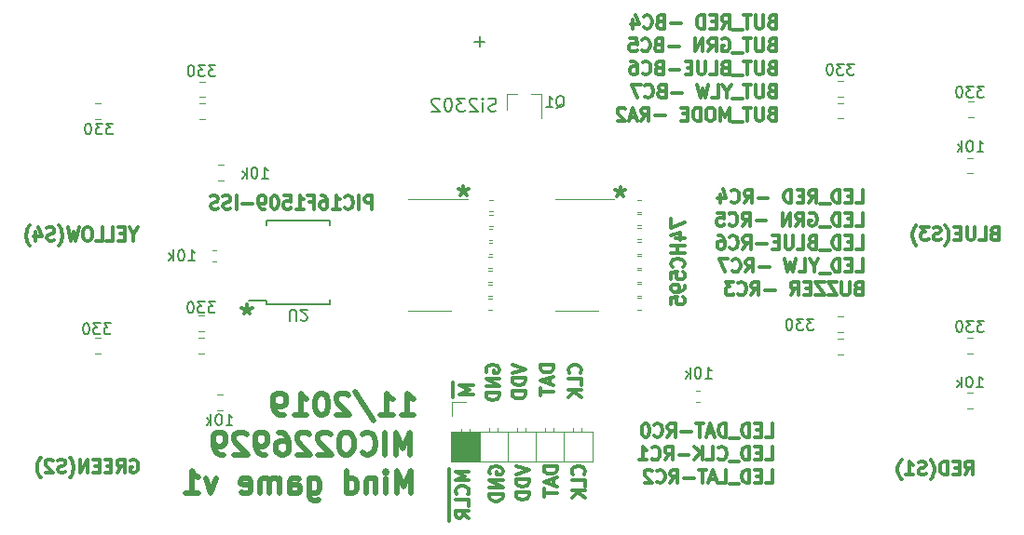
<source format=gbr>
G04 #@! TF.GenerationSoftware,KiCad,Pcbnew,(5.1.7)-1*
G04 #@! TF.CreationDate,2020-10-06T16:51:20+07:00*
G04 #@! TF.ProjectId,PIC16F1X_KIT2019,50494331-3646-4315-985f-4b4954323031,rev?*
G04 #@! TF.SameCoordinates,Original*
G04 #@! TF.FileFunction,Legend,Bot*
G04 #@! TF.FilePolarity,Positive*
%FSLAX46Y46*%
G04 Gerber Fmt 4.6, Leading zero omitted, Abs format (unit mm)*
G04 Created by KiCad (PCBNEW (5.1.7)-1) date 2020-10-06 16:51:20*
%MOMM*%
%LPD*%
G01*
G04 APERTURE LIST*
%ADD10C,0.300000*%
%ADD11C,0.200000*%
%ADD12C,0.500000*%
%ADD13C,0.120000*%
%ADD14C,0.100000*%
%ADD15C,0.150000*%
G04 APERTURE END LIST*
D10*
X63353440Y-55001245D02*
X63353440Y-56372674D01*
X65150297Y-55286960D02*
X63950297Y-55286960D01*
X64807440Y-55686960D01*
X63950297Y-56086960D01*
X65150297Y-56086960D01*
D11*
X66217742Y-24002354D02*
X65303457Y-24002354D01*
X65760600Y-24459497D02*
X65760600Y-23545211D01*
D10*
X34059554Y-62077040D02*
X34173840Y-62019897D01*
X34345268Y-62019897D01*
X34516697Y-62077040D01*
X34630982Y-62191325D01*
X34688125Y-62305611D01*
X34745268Y-62534182D01*
X34745268Y-62705611D01*
X34688125Y-62934182D01*
X34630982Y-63048468D01*
X34516697Y-63162754D01*
X34345268Y-63219897D01*
X34230982Y-63219897D01*
X34059554Y-63162754D01*
X34002411Y-63105611D01*
X34002411Y-62705611D01*
X34230982Y-62705611D01*
X32802411Y-63219897D02*
X33202411Y-62648468D01*
X33488125Y-63219897D02*
X33488125Y-62019897D01*
X33030982Y-62019897D01*
X32916697Y-62077040D01*
X32859554Y-62134182D01*
X32802411Y-62248468D01*
X32802411Y-62419897D01*
X32859554Y-62534182D01*
X32916697Y-62591325D01*
X33030982Y-62648468D01*
X33488125Y-62648468D01*
X32288125Y-62591325D02*
X31888125Y-62591325D01*
X31716697Y-63219897D02*
X32288125Y-63219897D01*
X32288125Y-62019897D01*
X31716697Y-62019897D01*
X31202411Y-62591325D02*
X30802411Y-62591325D01*
X30630982Y-63219897D02*
X31202411Y-63219897D01*
X31202411Y-62019897D01*
X30630982Y-62019897D01*
X30116697Y-63219897D02*
X30116697Y-62019897D01*
X29430982Y-63219897D01*
X29430982Y-62019897D01*
X28516697Y-63677040D02*
X28573840Y-63619897D01*
X28688125Y-63448468D01*
X28745268Y-63334182D01*
X28802411Y-63162754D01*
X28859554Y-62877040D01*
X28859554Y-62648468D01*
X28802411Y-62362754D01*
X28745268Y-62191325D01*
X28688125Y-62077040D01*
X28573840Y-61905611D01*
X28516697Y-61848468D01*
X28116697Y-63162754D02*
X27945268Y-63219897D01*
X27659554Y-63219897D01*
X27545268Y-63162754D01*
X27488125Y-63105611D01*
X27430982Y-62991325D01*
X27430982Y-62877040D01*
X27488125Y-62762754D01*
X27545268Y-62705611D01*
X27659554Y-62648468D01*
X27888125Y-62591325D01*
X28002411Y-62534182D01*
X28059554Y-62477040D01*
X28116697Y-62362754D01*
X28116697Y-62248468D01*
X28059554Y-62134182D01*
X28002411Y-62077040D01*
X27888125Y-62019897D01*
X27602411Y-62019897D01*
X27430982Y-62077040D01*
X26973840Y-62134182D02*
X26916697Y-62077040D01*
X26802411Y-62019897D01*
X26516697Y-62019897D01*
X26402411Y-62077040D01*
X26345268Y-62134182D01*
X26288125Y-62248468D01*
X26288125Y-62362754D01*
X26345268Y-62534182D01*
X27030982Y-63219897D01*
X26288125Y-63219897D01*
X25888125Y-63677040D02*
X25830982Y-63619897D01*
X25716697Y-63448468D01*
X25659554Y-63334182D01*
X25602411Y-63162754D01*
X25545268Y-62877040D01*
X25545268Y-62648468D01*
X25602411Y-62362754D01*
X25659554Y-62191325D01*
X25716697Y-62077040D01*
X25830982Y-61905611D01*
X25888125Y-61848468D01*
X34312234Y-41535988D02*
X34312234Y-42107417D01*
X34712234Y-40907417D02*
X34312234Y-41535988D01*
X33912234Y-40907417D01*
X33512234Y-41478845D02*
X33112234Y-41478845D01*
X32940805Y-42107417D02*
X33512234Y-42107417D01*
X33512234Y-40907417D01*
X32940805Y-40907417D01*
X31855091Y-42107417D02*
X32426520Y-42107417D01*
X32426520Y-40907417D01*
X30883662Y-42107417D02*
X31455091Y-42107417D01*
X31455091Y-40907417D01*
X30255091Y-40907417D02*
X30026520Y-40907417D01*
X29912234Y-40964560D01*
X29797948Y-41078845D01*
X29740805Y-41307417D01*
X29740805Y-41707417D01*
X29797948Y-41935988D01*
X29912234Y-42050274D01*
X30026520Y-42107417D01*
X30255091Y-42107417D01*
X30369377Y-42050274D01*
X30483662Y-41935988D01*
X30540805Y-41707417D01*
X30540805Y-41307417D01*
X30483662Y-41078845D01*
X30369377Y-40964560D01*
X30255091Y-40907417D01*
X29340805Y-40907417D02*
X29055091Y-42107417D01*
X28826520Y-41250274D01*
X28597948Y-42107417D01*
X28312234Y-40907417D01*
X27512234Y-42564560D02*
X27569377Y-42507417D01*
X27683662Y-42335988D01*
X27740805Y-42221702D01*
X27797948Y-42050274D01*
X27855091Y-41764560D01*
X27855091Y-41535988D01*
X27797948Y-41250274D01*
X27740805Y-41078845D01*
X27683662Y-40964560D01*
X27569377Y-40793131D01*
X27512234Y-40735988D01*
X27112234Y-42050274D02*
X26940805Y-42107417D01*
X26655091Y-42107417D01*
X26540805Y-42050274D01*
X26483662Y-41993131D01*
X26426520Y-41878845D01*
X26426520Y-41764560D01*
X26483662Y-41650274D01*
X26540805Y-41593131D01*
X26655091Y-41535988D01*
X26883662Y-41478845D01*
X26997948Y-41421702D01*
X27055091Y-41364560D01*
X27112234Y-41250274D01*
X27112234Y-41135988D01*
X27055091Y-41021702D01*
X26997948Y-40964560D01*
X26883662Y-40907417D01*
X26597948Y-40907417D01*
X26426520Y-40964560D01*
X25397948Y-41307417D02*
X25397948Y-42107417D01*
X25683662Y-40850274D02*
X25969377Y-41707417D01*
X25226520Y-41707417D01*
X24883662Y-42564560D02*
X24826520Y-42507417D01*
X24712234Y-42335988D01*
X24655091Y-42221702D01*
X24597948Y-42050274D01*
X24540805Y-41764560D01*
X24540805Y-41535988D01*
X24597948Y-41250274D01*
X24655091Y-41078845D01*
X24712234Y-40964560D01*
X24826520Y-40793131D01*
X24883662Y-40735988D01*
X112509965Y-41438205D02*
X112338537Y-41495348D01*
X112281394Y-41552491D01*
X112224251Y-41666777D01*
X112224251Y-41838205D01*
X112281394Y-41952491D01*
X112338537Y-42009634D01*
X112452822Y-42066777D01*
X112909965Y-42066777D01*
X112909965Y-40866777D01*
X112509965Y-40866777D01*
X112395680Y-40923920D01*
X112338537Y-40981062D01*
X112281394Y-41095348D01*
X112281394Y-41209634D01*
X112338537Y-41323920D01*
X112395680Y-41381062D01*
X112509965Y-41438205D01*
X112909965Y-41438205D01*
X111138537Y-42066777D02*
X111709965Y-42066777D01*
X111709965Y-40866777D01*
X110738537Y-40866777D02*
X110738537Y-41838205D01*
X110681394Y-41952491D01*
X110624251Y-42009634D01*
X110509965Y-42066777D01*
X110281394Y-42066777D01*
X110167108Y-42009634D01*
X110109965Y-41952491D01*
X110052822Y-41838205D01*
X110052822Y-40866777D01*
X109481394Y-41438205D02*
X109081394Y-41438205D01*
X108909965Y-42066777D02*
X109481394Y-42066777D01*
X109481394Y-40866777D01*
X108909965Y-40866777D01*
X108052822Y-42523920D02*
X108109965Y-42466777D01*
X108224251Y-42295348D01*
X108281394Y-42181062D01*
X108338537Y-42009634D01*
X108395680Y-41723920D01*
X108395680Y-41495348D01*
X108338537Y-41209634D01*
X108281394Y-41038205D01*
X108224251Y-40923920D01*
X108109965Y-40752491D01*
X108052822Y-40695348D01*
X107652822Y-42009634D02*
X107481394Y-42066777D01*
X107195680Y-42066777D01*
X107081394Y-42009634D01*
X107024251Y-41952491D01*
X106967108Y-41838205D01*
X106967108Y-41723920D01*
X107024251Y-41609634D01*
X107081394Y-41552491D01*
X107195680Y-41495348D01*
X107424251Y-41438205D01*
X107538537Y-41381062D01*
X107595680Y-41323920D01*
X107652822Y-41209634D01*
X107652822Y-41095348D01*
X107595680Y-40981062D01*
X107538537Y-40923920D01*
X107424251Y-40866777D01*
X107138537Y-40866777D01*
X106967108Y-40923920D01*
X106567108Y-40866777D02*
X105824251Y-40866777D01*
X106224251Y-41323920D01*
X106052822Y-41323920D01*
X105938537Y-41381062D01*
X105881394Y-41438205D01*
X105824251Y-41552491D01*
X105824251Y-41838205D01*
X105881394Y-41952491D01*
X105938537Y-42009634D01*
X106052822Y-42066777D01*
X106395680Y-42066777D01*
X106509965Y-42009634D01*
X106567108Y-41952491D01*
X105424251Y-42523920D02*
X105367108Y-42466777D01*
X105252822Y-42295348D01*
X105195680Y-42181062D01*
X105138537Y-42009634D01*
X105081394Y-41723920D01*
X105081394Y-41495348D01*
X105138537Y-41209634D01*
X105195680Y-41038205D01*
X105252822Y-40923920D01*
X105367108Y-40752491D01*
X105424251Y-40695348D01*
X109862051Y-63397697D02*
X110262051Y-62826268D01*
X110547765Y-63397697D02*
X110547765Y-62197697D01*
X110090622Y-62197697D01*
X109976337Y-62254840D01*
X109919194Y-62311982D01*
X109862051Y-62426268D01*
X109862051Y-62597697D01*
X109919194Y-62711982D01*
X109976337Y-62769125D01*
X110090622Y-62826268D01*
X110547765Y-62826268D01*
X109347765Y-62769125D02*
X108947765Y-62769125D01*
X108776337Y-63397697D02*
X109347765Y-63397697D01*
X109347765Y-62197697D01*
X108776337Y-62197697D01*
X108262051Y-63397697D02*
X108262051Y-62197697D01*
X107976337Y-62197697D01*
X107804908Y-62254840D01*
X107690622Y-62369125D01*
X107633480Y-62483411D01*
X107576337Y-62711982D01*
X107576337Y-62883411D01*
X107633480Y-63111982D01*
X107690622Y-63226268D01*
X107804908Y-63340554D01*
X107976337Y-63397697D01*
X108262051Y-63397697D01*
X106719194Y-63854840D02*
X106776337Y-63797697D01*
X106890622Y-63626268D01*
X106947765Y-63511982D01*
X107004908Y-63340554D01*
X107062051Y-63054840D01*
X107062051Y-62826268D01*
X107004908Y-62540554D01*
X106947765Y-62369125D01*
X106890622Y-62254840D01*
X106776337Y-62083411D01*
X106719194Y-62026268D01*
X106319194Y-63340554D02*
X106147765Y-63397697D01*
X105862051Y-63397697D01*
X105747765Y-63340554D01*
X105690622Y-63283411D01*
X105633480Y-63169125D01*
X105633480Y-63054840D01*
X105690622Y-62940554D01*
X105747765Y-62883411D01*
X105862051Y-62826268D01*
X106090622Y-62769125D01*
X106204908Y-62711982D01*
X106262051Y-62654840D01*
X106319194Y-62540554D01*
X106319194Y-62426268D01*
X106262051Y-62311982D01*
X106204908Y-62254840D01*
X106090622Y-62197697D01*
X105804908Y-62197697D01*
X105633480Y-62254840D01*
X104490622Y-63397697D02*
X105176337Y-63397697D01*
X104833480Y-63397697D02*
X104833480Y-62197697D01*
X104947765Y-62369125D01*
X105062051Y-62483411D01*
X105176337Y-62540554D01*
X104090622Y-63854840D02*
X104033480Y-63797697D01*
X103919194Y-63626268D01*
X103862051Y-63511982D01*
X103804908Y-63340554D01*
X103747765Y-63054840D01*
X103747765Y-62826268D01*
X103804908Y-62540554D01*
X103862051Y-62369125D01*
X103919194Y-62254840D01*
X104033480Y-62083411D01*
X104090622Y-62026268D01*
X92332205Y-22165845D02*
X92160777Y-22222988D01*
X92103634Y-22280131D01*
X92046491Y-22394417D01*
X92046491Y-22565845D01*
X92103634Y-22680131D01*
X92160777Y-22737274D01*
X92275062Y-22794417D01*
X92732205Y-22794417D01*
X92732205Y-21594417D01*
X92332205Y-21594417D01*
X92217920Y-21651560D01*
X92160777Y-21708702D01*
X92103634Y-21822988D01*
X92103634Y-21937274D01*
X92160777Y-22051560D01*
X92217920Y-22108702D01*
X92332205Y-22165845D01*
X92732205Y-22165845D01*
X91532205Y-21594417D02*
X91532205Y-22565845D01*
X91475062Y-22680131D01*
X91417920Y-22737274D01*
X91303634Y-22794417D01*
X91075062Y-22794417D01*
X90960777Y-22737274D01*
X90903634Y-22680131D01*
X90846491Y-22565845D01*
X90846491Y-21594417D01*
X90446491Y-21594417D02*
X89760777Y-21594417D01*
X90103634Y-22794417D02*
X90103634Y-21594417D01*
X89646491Y-22908702D02*
X88732205Y-22908702D01*
X87760777Y-22794417D02*
X88160777Y-22222988D01*
X88446491Y-22794417D02*
X88446491Y-21594417D01*
X87989348Y-21594417D01*
X87875062Y-21651560D01*
X87817920Y-21708702D01*
X87760777Y-21822988D01*
X87760777Y-21994417D01*
X87817920Y-22108702D01*
X87875062Y-22165845D01*
X87989348Y-22222988D01*
X88446491Y-22222988D01*
X87246491Y-22165845D02*
X86846491Y-22165845D01*
X86675062Y-22794417D02*
X87246491Y-22794417D01*
X87246491Y-21594417D01*
X86675062Y-21594417D01*
X86160777Y-22794417D02*
X86160777Y-21594417D01*
X85875062Y-21594417D01*
X85703634Y-21651560D01*
X85589348Y-21765845D01*
X85532205Y-21880131D01*
X85475062Y-22108702D01*
X85475062Y-22280131D01*
X85532205Y-22508702D01*
X85589348Y-22622988D01*
X85703634Y-22737274D01*
X85875062Y-22794417D01*
X86160777Y-22794417D01*
X84046491Y-22337274D02*
X83132205Y-22337274D01*
X82160777Y-22165845D02*
X81989348Y-22222988D01*
X81932205Y-22280131D01*
X81875062Y-22394417D01*
X81875062Y-22565845D01*
X81932205Y-22680131D01*
X81989348Y-22737274D01*
X82103634Y-22794417D01*
X82560777Y-22794417D01*
X82560777Y-21594417D01*
X82160777Y-21594417D01*
X82046491Y-21651560D01*
X81989348Y-21708702D01*
X81932205Y-21822988D01*
X81932205Y-21937274D01*
X81989348Y-22051560D01*
X82046491Y-22108702D01*
X82160777Y-22165845D01*
X82560777Y-22165845D01*
X80675062Y-22680131D02*
X80732205Y-22737274D01*
X80903634Y-22794417D01*
X81017920Y-22794417D01*
X81189348Y-22737274D01*
X81303634Y-22622988D01*
X81360777Y-22508702D01*
X81417920Y-22280131D01*
X81417920Y-22108702D01*
X81360777Y-21880131D01*
X81303634Y-21765845D01*
X81189348Y-21651560D01*
X81017920Y-21594417D01*
X80903634Y-21594417D01*
X80732205Y-21651560D01*
X80675062Y-21708702D01*
X79646491Y-21994417D02*
X79646491Y-22794417D01*
X79932205Y-21537274D02*
X80217920Y-22394417D01*
X79475062Y-22394417D01*
X92332205Y-24265845D02*
X92160777Y-24322988D01*
X92103634Y-24380131D01*
X92046491Y-24494417D01*
X92046491Y-24665845D01*
X92103634Y-24780131D01*
X92160777Y-24837274D01*
X92275062Y-24894417D01*
X92732205Y-24894417D01*
X92732205Y-23694417D01*
X92332205Y-23694417D01*
X92217920Y-23751560D01*
X92160777Y-23808702D01*
X92103634Y-23922988D01*
X92103634Y-24037274D01*
X92160777Y-24151560D01*
X92217920Y-24208702D01*
X92332205Y-24265845D01*
X92732205Y-24265845D01*
X91532205Y-23694417D02*
X91532205Y-24665845D01*
X91475062Y-24780131D01*
X91417920Y-24837274D01*
X91303634Y-24894417D01*
X91075062Y-24894417D01*
X90960777Y-24837274D01*
X90903634Y-24780131D01*
X90846491Y-24665845D01*
X90846491Y-23694417D01*
X90446491Y-23694417D02*
X89760777Y-23694417D01*
X90103634Y-24894417D02*
X90103634Y-23694417D01*
X89646491Y-25008702D02*
X88732205Y-25008702D01*
X87817920Y-23751560D02*
X87932205Y-23694417D01*
X88103634Y-23694417D01*
X88275062Y-23751560D01*
X88389348Y-23865845D01*
X88446491Y-23980131D01*
X88503634Y-24208702D01*
X88503634Y-24380131D01*
X88446491Y-24608702D01*
X88389348Y-24722988D01*
X88275062Y-24837274D01*
X88103634Y-24894417D01*
X87989348Y-24894417D01*
X87817920Y-24837274D01*
X87760777Y-24780131D01*
X87760777Y-24380131D01*
X87989348Y-24380131D01*
X86560777Y-24894417D02*
X86960777Y-24322988D01*
X87246491Y-24894417D02*
X87246491Y-23694417D01*
X86789348Y-23694417D01*
X86675062Y-23751560D01*
X86617920Y-23808702D01*
X86560777Y-23922988D01*
X86560777Y-24094417D01*
X86617920Y-24208702D01*
X86675062Y-24265845D01*
X86789348Y-24322988D01*
X87246491Y-24322988D01*
X86046491Y-24894417D02*
X86046491Y-23694417D01*
X85360777Y-24894417D01*
X85360777Y-23694417D01*
X83875062Y-24437274D02*
X82960777Y-24437274D01*
X81989348Y-24265845D02*
X81817920Y-24322988D01*
X81760777Y-24380131D01*
X81703634Y-24494417D01*
X81703634Y-24665845D01*
X81760777Y-24780131D01*
X81817920Y-24837274D01*
X81932205Y-24894417D01*
X82389348Y-24894417D01*
X82389348Y-23694417D01*
X81989348Y-23694417D01*
X81875062Y-23751560D01*
X81817920Y-23808702D01*
X81760777Y-23922988D01*
X81760777Y-24037274D01*
X81817920Y-24151560D01*
X81875062Y-24208702D01*
X81989348Y-24265845D01*
X82389348Y-24265845D01*
X80503634Y-24780131D02*
X80560777Y-24837274D01*
X80732205Y-24894417D01*
X80846491Y-24894417D01*
X81017920Y-24837274D01*
X81132205Y-24722988D01*
X81189348Y-24608702D01*
X81246491Y-24380131D01*
X81246491Y-24208702D01*
X81189348Y-23980131D01*
X81132205Y-23865845D01*
X81017920Y-23751560D01*
X80846491Y-23694417D01*
X80732205Y-23694417D01*
X80560777Y-23751560D01*
X80503634Y-23808702D01*
X79417920Y-23694417D02*
X79989348Y-23694417D01*
X80046491Y-24265845D01*
X79989348Y-24208702D01*
X79875062Y-24151560D01*
X79589348Y-24151560D01*
X79475062Y-24208702D01*
X79417920Y-24265845D01*
X79360777Y-24380131D01*
X79360777Y-24665845D01*
X79417920Y-24780131D01*
X79475062Y-24837274D01*
X79589348Y-24894417D01*
X79875062Y-24894417D01*
X79989348Y-24837274D01*
X80046491Y-24780131D01*
X92332205Y-26365845D02*
X92160777Y-26422988D01*
X92103634Y-26480131D01*
X92046491Y-26594417D01*
X92046491Y-26765845D01*
X92103634Y-26880131D01*
X92160777Y-26937274D01*
X92275062Y-26994417D01*
X92732205Y-26994417D01*
X92732205Y-25794417D01*
X92332205Y-25794417D01*
X92217920Y-25851560D01*
X92160777Y-25908702D01*
X92103634Y-26022988D01*
X92103634Y-26137274D01*
X92160777Y-26251560D01*
X92217920Y-26308702D01*
X92332205Y-26365845D01*
X92732205Y-26365845D01*
X91532205Y-25794417D02*
X91532205Y-26765845D01*
X91475062Y-26880131D01*
X91417920Y-26937274D01*
X91303634Y-26994417D01*
X91075062Y-26994417D01*
X90960777Y-26937274D01*
X90903634Y-26880131D01*
X90846491Y-26765845D01*
X90846491Y-25794417D01*
X90446491Y-25794417D02*
X89760777Y-25794417D01*
X90103634Y-26994417D02*
X90103634Y-25794417D01*
X89646491Y-27108702D02*
X88732205Y-27108702D01*
X88046491Y-26365845D02*
X87875062Y-26422988D01*
X87817920Y-26480131D01*
X87760777Y-26594417D01*
X87760777Y-26765845D01*
X87817920Y-26880131D01*
X87875062Y-26937274D01*
X87989348Y-26994417D01*
X88446491Y-26994417D01*
X88446491Y-25794417D01*
X88046491Y-25794417D01*
X87932205Y-25851560D01*
X87875062Y-25908702D01*
X87817920Y-26022988D01*
X87817920Y-26137274D01*
X87875062Y-26251560D01*
X87932205Y-26308702D01*
X88046491Y-26365845D01*
X88446491Y-26365845D01*
X86675062Y-26994417D02*
X87246491Y-26994417D01*
X87246491Y-25794417D01*
X86275062Y-25794417D02*
X86275062Y-26765845D01*
X86217920Y-26880131D01*
X86160777Y-26937274D01*
X86046491Y-26994417D01*
X85817920Y-26994417D01*
X85703634Y-26937274D01*
X85646491Y-26880131D01*
X85589348Y-26765845D01*
X85589348Y-25794417D01*
X85017920Y-26365845D02*
X84617920Y-26365845D01*
X84446491Y-26994417D02*
X85017920Y-26994417D01*
X85017920Y-25794417D01*
X84446491Y-25794417D01*
X83932205Y-26537274D02*
X83017920Y-26537274D01*
X82046491Y-26365845D02*
X81875062Y-26422988D01*
X81817920Y-26480131D01*
X81760777Y-26594417D01*
X81760777Y-26765845D01*
X81817920Y-26880131D01*
X81875062Y-26937274D01*
X81989348Y-26994417D01*
X82446491Y-26994417D01*
X82446491Y-25794417D01*
X82046491Y-25794417D01*
X81932205Y-25851560D01*
X81875062Y-25908702D01*
X81817920Y-26022988D01*
X81817920Y-26137274D01*
X81875062Y-26251560D01*
X81932205Y-26308702D01*
X82046491Y-26365845D01*
X82446491Y-26365845D01*
X80560777Y-26880131D02*
X80617920Y-26937274D01*
X80789348Y-26994417D01*
X80903634Y-26994417D01*
X81075062Y-26937274D01*
X81189348Y-26822988D01*
X81246491Y-26708702D01*
X81303634Y-26480131D01*
X81303634Y-26308702D01*
X81246491Y-26080131D01*
X81189348Y-25965845D01*
X81075062Y-25851560D01*
X80903634Y-25794417D01*
X80789348Y-25794417D01*
X80617920Y-25851560D01*
X80560777Y-25908702D01*
X79532205Y-25794417D02*
X79760777Y-25794417D01*
X79875062Y-25851560D01*
X79932205Y-25908702D01*
X80046491Y-26080131D01*
X80103634Y-26308702D01*
X80103634Y-26765845D01*
X80046491Y-26880131D01*
X79989348Y-26937274D01*
X79875062Y-26994417D01*
X79646491Y-26994417D01*
X79532205Y-26937274D01*
X79475062Y-26880131D01*
X79417920Y-26765845D01*
X79417920Y-26480131D01*
X79475062Y-26365845D01*
X79532205Y-26308702D01*
X79646491Y-26251560D01*
X79875062Y-26251560D01*
X79989348Y-26308702D01*
X80046491Y-26365845D01*
X80103634Y-26480131D01*
X92332205Y-28465845D02*
X92160777Y-28522988D01*
X92103634Y-28580131D01*
X92046491Y-28694417D01*
X92046491Y-28865845D01*
X92103634Y-28980131D01*
X92160777Y-29037274D01*
X92275062Y-29094417D01*
X92732205Y-29094417D01*
X92732205Y-27894417D01*
X92332205Y-27894417D01*
X92217920Y-27951560D01*
X92160777Y-28008702D01*
X92103634Y-28122988D01*
X92103634Y-28237274D01*
X92160777Y-28351560D01*
X92217920Y-28408702D01*
X92332205Y-28465845D01*
X92732205Y-28465845D01*
X91532205Y-27894417D02*
X91532205Y-28865845D01*
X91475062Y-28980131D01*
X91417920Y-29037274D01*
X91303634Y-29094417D01*
X91075062Y-29094417D01*
X90960777Y-29037274D01*
X90903634Y-28980131D01*
X90846491Y-28865845D01*
X90846491Y-27894417D01*
X90446491Y-27894417D02*
X89760777Y-27894417D01*
X90103634Y-29094417D02*
X90103634Y-27894417D01*
X89646491Y-29208702D02*
X88732205Y-29208702D01*
X88217920Y-28522988D02*
X88217920Y-29094417D01*
X88617920Y-27894417D02*
X88217920Y-28522988D01*
X87817920Y-27894417D01*
X86846491Y-29094417D02*
X87417920Y-29094417D01*
X87417920Y-27894417D01*
X86560777Y-27894417D02*
X86275062Y-29094417D01*
X86046491Y-28237274D01*
X85817920Y-29094417D01*
X85532205Y-27894417D01*
X84160777Y-28637274D02*
X83246491Y-28637274D01*
X82275062Y-28465845D02*
X82103634Y-28522988D01*
X82046491Y-28580131D01*
X81989348Y-28694417D01*
X81989348Y-28865845D01*
X82046491Y-28980131D01*
X82103634Y-29037274D01*
X82217920Y-29094417D01*
X82675062Y-29094417D01*
X82675062Y-27894417D01*
X82275062Y-27894417D01*
X82160777Y-27951560D01*
X82103634Y-28008702D01*
X82046491Y-28122988D01*
X82046491Y-28237274D01*
X82103634Y-28351560D01*
X82160777Y-28408702D01*
X82275062Y-28465845D01*
X82675062Y-28465845D01*
X80789348Y-28980131D02*
X80846491Y-29037274D01*
X81017920Y-29094417D01*
X81132205Y-29094417D01*
X81303634Y-29037274D01*
X81417920Y-28922988D01*
X81475062Y-28808702D01*
X81532205Y-28580131D01*
X81532205Y-28408702D01*
X81475062Y-28180131D01*
X81417920Y-28065845D01*
X81303634Y-27951560D01*
X81132205Y-27894417D01*
X81017920Y-27894417D01*
X80846491Y-27951560D01*
X80789348Y-28008702D01*
X80389348Y-27894417D02*
X79589348Y-27894417D01*
X80103634Y-29094417D01*
X92332205Y-30565845D02*
X92160777Y-30622988D01*
X92103634Y-30680131D01*
X92046491Y-30794417D01*
X92046491Y-30965845D01*
X92103634Y-31080131D01*
X92160777Y-31137274D01*
X92275062Y-31194417D01*
X92732205Y-31194417D01*
X92732205Y-29994417D01*
X92332205Y-29994417D01*
X92217920Y-30051560D01*
X92160777Y-30108702D01*
X92103634Y-30222988D01*
X92103634Y-30337274D01*
X92160777Y-30451560D01*
X92217920Y-30508702D01*
X92332205Y-30565845D01*
X92732205Y-30565845D01*
X91532205Y-29994417D02*
X91532205Y-30965845D01*
X91475062Y-31080131D01*
X91417920Y-31137274D01*
X91303634Y-31194417D01*
X91075062Y-31194417D01*
X90960777Y-31137274D01*
X90903634Y-31080131D01*
X90846491Y-30965845D01*
X90846491Y-29994417D01*
X90446491Y-29994417D02*
X89760777Y-29994417D01*
X90103634Y-31194417D02*
X90103634Y-29994417D01*
X89646491Y-31308702D02*
X88732205Y-31308702D01*
X88446491Y-31194417D02*
X88446491Y-29994417D01*
X88046491Y-30851560D01*
X87646491Y-29994417D01*
X87646491Y-31194417D01*
X86846491Y-29994417D02*
X86617920Y-29994417D01*
X86503634Y-30051560D01*
X86389348Y-30165845D01*
X86332205Y-30394417D01*
X86332205Y-30794417D01*
X86389348Y-31022988D01*
X86503634Y-31137274D01*
X86617920Y-31194417D01*
X86846491Y-31194417D01*
X86960777Y-31137274D01*
X87075062Y-31022988D01*
X87132205Y-30794417D01*
X87132205Y-30394417D01*
X87075062Y-30165845D01*
X86960777Y-30051560D01*
X86846491Y-29994417D01*
X85817920Y-31194417D02*
X85817920Y-29994417D01*
X85532205Y-29994417D01*
X85360777Y-30051560D01*
X85246491Y-30165845D01*
X85189348Y-30280131D01*
X85132205Y-30508702D01*
X85132205Y-30680131D01*
X85189348Y-30908702D01*
X85246491Y-31022988D01*
X85360777Y-31137274D01*
X85532205Y-31194417D01*
X85817920Y-31194417D01*
X84617920Y-30565845D02*
X84217920Y-30565845D01*
X84046491Y-31194417D02*
X84617920Y-31194417D01*
X84617920Y-29994417D01*
X84046491Y-29994417D01*
X82617920Y-30737274D02*
X81703634Y-30737274D01*
X80446491Y-31194417D02*
X80846491Y-30622988D01*
X81132205Y-31194417D02*
X81132205Y-29994417D01*
X80675062Y-29994417D01*
X80560777Y-30051560D01*
X80503634Y-30108702D01*
X80446491Y-30222988D01*
X80446491Y-30394417D01*
X80503634Y-30508702D01*
X80560777Y-30565845D01*
X80675062Y-30622988D01*
X81132205Y-30622988D01*
X79989348Y-30851560D02*
X79417920Y-30851560D01*
X80103634Y-31194417D02*
X79703634Y-29994417D01*
X79303634Y-31194417D01*
X78960777Y-30108702D02*
X78903634Y-30051560D01*
X78789348Y-29994417D01*
X78503634Y-29994417D01*
X78389348Y-30051560D01*
X78332205Y-30108702D01*
X78275062Y-30222988D01*
X78275062Y-30337274D01*
X78332205Y-30508702D01*
X79017920Y-31194417D01*
X78275062Y-31194417D01*
X99978897Y-38669417D02*
X100550325Y-38669417D01*
X100550325Y-37469417D01*
X99578897Y-38040845D02*
X99178897Y-38040845D01*
X99007468Y-38669417D02*
X99578897Y-38669417D01*
X99578897Y-37469417D01*
X99007468Y-37469417D01*
X98493182Y-38669417D02*
X98493182Y-37469417D01*
X98207468Y-37469417D01*
X98036040Y-37526560D01*
X97921754Y-37640845D01*
X97864611Y-37755131D01*
X97807468Y-37983702D01*
X97807468Y-38155131D01*
X97864611Y-38383702D01*
X97921754Y-38497988D01*
X98036040Y-38612274D01*
X98207468Y-38669417D01*
X98493182Y-38669417D01*
X97578897Y-38783702D02*
X96664611Y-38783702D01*
X95693182Y-38669417D02*
X96093182Y-38097988D01*
X96378897Y-38669417D02*
X96378897Y-37469417D01*
X95921754Y-37469417D01*
X95807468Y-37526560D01*
X95750325Y-37583702D01*
X95693182Y-37697988D01*
X95693182Y-37869417D01*
X95750325Y-37983702D01*
X95807468Y-38040845D01*
X95921754Y-38097988D01*
X96378897Y-38097988D01*
X95178897Y-38040845D02*
X94778897Y-38040845D01*
X94607468Y-38669417D02*
X95178897Y-38669417D01*
X95178897Y-37469417D01*
X94607468Y-37469417D01*
X94093182Y-38669417D02*
X94093182Y-37469417D01*
X93807468Y-37469417D01*
X93636040Y-37526560D01*
X93521754Y-37640845D01*
X93464611Y-37755131D01*
X93407468Y-37983702D01*
X93407468Y-38155131D01*
X93464611Y-38383702D01*
X93521754Y-38497988D01*
X93636040Y-38612274D01*
X93807468Y-38669417D01*
X94093182Y-38669417D01*
X91978897Y-38212274D02*
X91064611Y-38212274D01*
X89807468Y-38669417D02*
X90207468Y-38097988D01*
X90493182Y-38669417D02*
X90493182Y-37469417D01*
X90036040Y-37469417D01*
X89921754Y-37526560D01*
X89864611Y-37583702D01*
X89807468Y-37697988D01*
X89807468Y-37869417D01*
X89864611Y-37983702D01*
X89921754Y-38040845D01*
X90036040Y-38097988D01*
X90493182Y-38097988D01*
X88607468Y-38555131D02*
X88664611Y-38612274D01*
X88836040Y-38669417D01*
X88950325Y-38669417D01*
X89121754Y-38612274D01*
X89236040Y-38497988D01*
X89293182Y-38383702D01*
X89350325Y-38155131D01*
X89350325Y-37983702D01*
X89293182Y-37755131D01*
X89236040Y-37640845D01*
X89121754Y-37526560D01*
X88950325Y-37469417D01*
X88836040Y-37469417D01*
X88664611Y-37526560D01*
X88607468Y-37583702D01*
X87578897Y-37869417D02*
X87578897Y-38669417D01*
X87864611Y-37412274D02*
X88150325Y-38269417D01*
X87407468Y-38269417D01*
X99978897Y-40769417D02*
X100550325Y-40769417D01*
X100550325Y-39569417D01*
X99578897Y-40140845D02*
X99178897Y-40140845D01*
X99007468Y-40769417D02*
X99578897Y-40769417D01*
X99578897Y-39569417D01*
X99007468Y-39569417D01*
X98493182Y-40769417D02*
X98493182Y-39569417D01*
X98207468Y-39569417D01*
X98036040Y-39626560D01*
X97921754Y-39740845D01*
X97864611Y-39855131D01*
X97807468Y-40083702D01*
X97807468Y-40255131D01*
X97864611Y-40483702D01*
X97921754Y-40597988D01*
X98036040Y-40712274D01*
X98207468Y-40769417D01*
X98493182Y-40769417D01*
X97578897Y-40883702D02*
X96664611Y-40883702D01*
X95750325Y-39626560D02*
X95864611Y-39569417D01*
X96036040Y-39569417D01*
X96207468Y-39626560D01*
X96321754Y-39740845D01*
X96378897Y-39855131D01*
X96436040Y-40083702D01*
X96436040Y-40255131D01*
X96378897Y-40483702D01*
X96321754Y-40597988D01*
X96207468Y-40712274D01*
X96036040Y-40769417D01*
X95921754Y-40769417D01*
X95750325Y-40712274D01*
X95693182Y-40655131D01*
X95693182Y-40255131D01*
X95921754Y-40255131D01*
X94493182Y-40769417D02*
X94893182Y-40197988D01*
X95178897Y-40769417D02*
X95178897Y-39569417D01*
X94721754Y-39569417D01*
X94607468Y-39626560D01*
X94550325Y-39683702D01*
X94493182Y-39797988D01*
X94493182Y-39969417D01*
X94550325Y-40083702D01*
X94607468Y-40140845D01*
X94721754Y-40197988D01*
X95178897Y-40197988D01*
X93978897Y-40769417D02*
X93978897Y-39569417D01*
X93293182Y-40769417D01*
X93293182Y-39569417D01*
X91807468Y-40312274D02*
X90893182Y-40312274D01*
X89636040Y-40769417D02*
X90036040Y-40197988D01*
X90321754Y-40769417D02*
X90321754Y-39569417D01*
X89864611Y-39569417D01*
X89750325Y-39626560D01*
X89693182Y-39683702D01*
X89636040Y-39797988D01*
X89636040Y-39969417D01*
X89693182Y-40083702D01*
X89750325Y-40140845D01*
X89864611Y-40197988D01*
X90321754Y-40197988D01*
X88436040Y-40655131D02*
X88493182Y-40712274D01*
X88664611Y-40769417D01*
X88778897Y-40769417D01*
X88950325Y-40712274D01*
X89064611Y-40597988D01*
X89121754Y-40483702D01*
X89178897Y-40255131D01*
X89178897Y-40083702D01*
X89121754Y-39855131D01*
X89064611Y-39740845D01*
X88950325Y-39626560D01*
X88778897Y-39569417D01*
X88664611Y-39569417D01*
X88493182Y-39626560D01*
X88436040Y-39683702D01*
X87350325Y-39569417D02*
X87921754Y-39569417D01*
X87978897Y-40140845D01*
X87921754Y-40083702D01*
X87807468Y-40026560D01*
X87521754Y-40026560D01*
X87407468Y-40083702D01*
X87350325Y-40140845D01*
X87293182Y-40255131D01*
X87293182Y-40540845D01*
X87350325Y-40655131D01*
X87407468Y-40712274D01*
X87521754Y-40769417D01*
X87807468Y-40769417D01*
X87921754Y-40712274D01*
X87978897Y-40655131D01*
X99978897Y-42869417D02*
X100550325Y-42869417D01*
X100550325Y-41669417D01*
X99578897Y-42240845D02*
X99178897Y-42240845D01*
X99007468Y-42869417D02*
X99578897Y-42869417D01*
X99578897Y-41669417D01*
X99007468Y-41669417D01*
X98493182Y-42869417D02*
X98493182Y-41669417D01*
X98207468Y-41669417D01*
X98036040Y-41726560D01*
X97921754Y-41840845D01*
X97864611Y-41955131D01*
X97807468Y-42183702D01*
X97807468Y-42355131D01*
X97864611Y-42583702D01*
X97921754Y-42697988D01*
X98036040Y-42812274D01*
X98207468Y-42869417D01*
X98493182Y-42869417D01*
X97578897Y-42983702D02*
X96664611Y-42983702D01*
X95978897Y-42240845D02*
X95807468Y-42297988D01*
X95750325Y-42355131D01*
X95693182Y-42469417D01*
X95693182Y-42640845D01*
X95750325Y-42755131D01*
X95807468Y-42812274D01*
X95921754Y-42869417D01*
X96378897Y-42869417D01*
X96378897Y-41669417D01*
X95978897Y-41669417D01*
X95864611Y-41726560D01*
X95807468Y-41783702D01*
X95750325Y-41897988D01*
X95750325Y-42012274D01*
X95807468Y-42126560D01*
X95864611Y-42183702D01*
X95978897Y-42240845D01*
X96378897Y-42240845D01*
X94607468Y-42869417D02*
X95178897Y-42869417D01*
X95178897Y-41669417D01*
X94207468Y-41669417D02*
X94207468Y-42640845D01*
X94150325Y-42755131D01*
X94093182Y-42812274D01*
X93978897Y-42869417D01*
X93750325Y-42869417D01*
X93636040Y-42812274D01*
X93578897Y-42755131D01*
X93521754Y-42640845D01*
X93521754Y-41669417D01*
X92950325Y-42240845D02*
X92550325Y-42240845D01*
X92378897Y-42869417D02*
X92950325Y-42869417D01*
X92950325Y-41669417D01*
X92378897Y-41669417D01*
X91864611Y-42412274D02*
X90950325Y-42412274D01*
X89693182Y-42869417D02*
X90093182Y-42297988D01*
X90378897Y-42869417D02*
X90378897Y-41669417D01*
X89921754Y-41669417D01*
X89807468Y-41726560D01*
X89750325Y-41783702D01*
X89693182Y-41897988D01*
X89693182Y-42069417D01*
X89750325Y-42183702D01*
X89807468Y-42240845D01*
X89921754Y-42297988D01*
X90378897Y-42297988D01*
X88493182Y-42755131D02*
X88550325Y-42812274D01*
X88721754Y-42869417D01*
X88836040Y-42869417D01*
X89007468Y-42812274D01*
X89121754Y-42697988D01*
X89178897Y-42583702D01*
X89236040Y-42355131D01*
X89236040Y-42183702D01*
X89178897Y-41955131D01*
X89121754Y-41840845D01*
X89007468Y-41726560D01*
X88836040Y-41669417D01*
X88721754Y-41669417D01*
X88550325Y-41726560D01*
X88493182Y-41783702D01*
X87464611Y-41669417D02*
X87693182Y-41669417D01*
X87807468Y-41726560D01*
X87864611Y-41783702D01*
X87978897Y-41955131D01*
X88036040Y-42183702D01*
X88036040Y-42640845D01*
X87978897Y-42755131D01*
X87921754Y-42812274D01*
X87807468Y-42869417D01*
X87578897Y-42869417D01*
X87464611Y-42812274D01*
X87407468Y-42755131D01*
X87350325Y-42640845D01*
X87350325Y-42355131D01*
X87407468Y-42240845D01*
X87464611Y-42183702D01*
X87578897Y-42126560D01*
X87807468Y-42126560D01*
X87921754Y-42183702D01*
X87978897Y-42240845D01*
X88036040Y-42355131D01*
X99978897Y-44969417D02*
X100550325Y-44969417D01*
X100550325Y-43769417D01*
X99578897Y-44340845D02*
X99178897Y-44340845D01*
X99007468Y-44969417D02*
X99578897Y-44969417D01*
X99578897Y-43769417D01*
X99007468Y-43769417D01*
X98493182Y-44969417D02*
X98493182Y-43769417D01*
X98207468Y-43769417D01*
X98036040Y-43826560D01*
X97921754Y-43940845D01*
X97864611Y-44055131D01*
X97807468Y-44283702D01*
X97807468Y-44455131D01*
X97864611Y-44683702D01*
X97921754Y-44797988D01*
X98036040Y-44912274D01*
X98207468Y-44969417D01*
X98493182Y-44969417D01*
X97578897Y-45083702D02*
X96664611Y-45083702D01*
X96150325Y-44397988D02*
X96150325Y-44969417D01*
X96550325Y-43769417D02*
X96150325Y-44397988D01*
X95750325Y-43769417D01*
X94778897Y-44969417D02*
X95350325Y-44969417D01*
X95350325Y-43769417D01*
X94493182Y-43769417D02*
X94207468Y-44969417D01*
X93978897Y-44112274D01*
X93750325Y-44969417D01*
X93464611Y-43769417D01*
X92093182Y-44512274D02*
X91178897Y-44512274D01*
X89921754Y-44969417D02*
X90321754Y-44397988D01*
X90607468Y-44969417D02*
X90607468Y-43769417D01*
X90150325Y-43769417D01*
X90036040Y-43826560D01*
X89978897Y-43883702D01*
X89921754Y-43997988D01*
X89921754Y-44169417D01*
X89978897Y-44283702D01*
X90036040Y-44340845D01*
X90150325Y-44397988D01*
X90607468Y-44397988D01*
X88721754Y-44855131D02*
X88778897Y-44912274D01*
X88950325Y-44969417D01*
X89064611Y-44969417D01*
X89236040Y-44912274D01*
X89350325Y-44797988D01*
X89407468Y-44683702D01*
X89464611Y-44455131D01*
X89464611Y-44283702D01*
X89407468Y-44055131D01*
X89350325Y-43940845D01*
X89236040Y-43826560D01*
X89064611Y-43769417D01*
X88950325Y-43769417D01*
X88778897Y-43826560D01*
X88721754Y-43883702D01*
X88321754Y-43769417D02*
X87521754Y-43769417D01*
X88036040Y-44969417D01*
X100150325Y-46440845D02*
X99978897Y-46497988D01*
X99921754Y-46555131D01*
X99864611Y-46669417D01*
X99864611Y-46840845D01*
X99921754Y-46955131D01*
X99978897Y-47012274D01*
X100093182Y-47069417D01*
X100550325Y-47069417D01*
X100550325Y-45869417D01*
X100150325Y-45869417D01*
X100036040Y-45926560D01*
X99978897Y-45983702D01*
X99921754Y-46097988D01*
X99921754Y-46212274D01*
X99978897Y-46326560D01*
X100036040Y-46383702D01*
X100150325Y-46440845D01*
X100550325Y-46440845D01*
X99350325Y-45869417D02*
X99350325Y-46840845D01*
X99293182Y-46955131D01*
X99236040Y-47012274D01*
X99121754Y-47069417D01*
X98893182Y-47069417D01*
X98778897Y-47012274D01*
X98721754Y-46955131D01*
X98664611Y-46840845D01*
X98664611Y-45869417D01*
X98207468Y-45869417D02*
X97407468Y-45869417D01*
X98207468Y-47069417D01*
X97407468Y-47069417D01*
X97064611Y-45869417D02*
X96264611Y-45869417D01*
X97064611Y-47069417D01*
X96264611Y-47069417D01*
X95807468Y-46440845D02*
X95407468Y-46440845D01*
X95236040Y-47069417D02*
X95807468Y-47069417D01*
X95807468Y-45869417D01*
X95236040Y-45869417D01*
X94036040Y-47069417D02*
X94436040Y-46497988D01*
X94721754Y-47069417D02*
X94721754Y-45869417D01*
X94264611Y-45869417D01*
X94150325Y-45926560D01*
X94093182Y-45983702D01*
X94036040Y-46097988D01*
X94036040Y-46269417D01*
X94093182Y-46383702D01*
X94150325Y-46440845D01*
X94264611Y-46497988D01*
X94721754Y-46497988D01*
X92607468Y-46612274D02*
X91693182Y-46612274D01*
X90436040Y-47069417D02*
X90836040Y-46497988D01*
X91121754Y-47069417D02*
X91121754Y-45869417D01*
X90664611Y-45869417D01*
X90550325Y-45926560D01*
X90493182Y-45983702D01*
X90436040Y-46097988D01*
X90436040Y-46269417D01*
X90493182Y-46383702D01*
X90550325Y-46440845D01*
X90664611Y-46497988D01*
X91121754Y-46497988D01*
X89236040Y-46955131D02*
X89293182Y-47012274D01*
X89464611Y-47069417D01*
X89578897Y-47069417D01*
X89750325Y-47012274D01*
X89864611Y-46897988D01*
X89921754Y-46783702D01*
X89978897Y-46555131D01*
X89978897Y-46383702D01*
X89921754Y-46155131D01*
X89864611Y-46040845D01*
X89750325Y-45926560D01*
X89578897Y-45869417D01*
X89464611Y-45869417D01*
X89293182Y-45926560D01*
X89236040Y-45983702D01*
X88836040Y-45869417D02*
X88093182Y-45869417D01*
X88493182Y-46326560D01*
X88321754Y-46326560D01*
X88207468Y-46383702D01*
X88150325Y-46440845D01*
X88093182Y-46555131D01*
X88093182Y-46840845D01*
X88150325Y-46955131D01*
X88207468Y-47012274D01*
X88321754Y-47069417D01*
X88664611Y-47069417D01*
X88778897Y-47012274D01*
X88836040Y-46955131D01*
X91749297Y-59961657D02*
X92320725Y-59961657D01*
X92320725Y-58761657D01*
X91349297Y-59333085D02*
X90949297Y-59333085D01*
X90777868Y-59961657D02*
X91349297Y-59961657D01*
X91349297Y-58761657D01*
X90777868Y-58761657D01*
X90263582Y-59961657D02*
X90263582Y-58761657D01*
X89977868Y-58761657D01*
X89806440Y-58818800D01*
X89692154Y-58933085D01*
X89635011Y-59047371D01*
X89577868Y-59275942D01*
X89577868Y-59447371D01*
X89635011Y-59675942D01*
X89692154Y-59790228D01*
X89806440Y-59904514D01*
X89977868Y-59961657D01*
X90263582Y-59961657D01*
X89349297Y-60075942D02*
X88435011Y-60075942D01*
X88149297Y-59961657D02*
X88149297Y-58761657D01*
X87863582Y-58761657D01*
X87692154Y-58818800D01*
X87577868Y-58933085D01*
X87520725Y-59047371D01*
X87463582Y-59275942D01*
X87463582Y-59447371D01*
X87520725Y-59675942D01*
X87577868Y-59790228D01*
X87692154Y-59904514D01*
X87863582Y-59961657D01*
X88149297Y-59961657D01*
X87006440Y-59618800D02*
X86435011Y-59618800D01*
X87120725Y-59961657D02*
X86720725Y-58761657D01*
X86320725Y-59961657D01*
X86092154Y-58761657D02*
X85406440Y-58761657D01*
X85749297Y-59961657D02*
X85749297Y-58761657D01*
X85006440Y-59504514D02*
X84092154Y-59504514D01*
X82835011Y-59961657D02*
X83235011Y-59390228D01*
X83520725Y-59961657D02*
X83520725Y-58761657D01*
X83063582Y-58761657D01*
X82949297Y-58818800D01*
X82892154Y-58875942D01*
X82835011Y-58990228D01*
X82835011Y-59161657D01*
X82892154Y-59275942D01*
X82949297Y-59333085D01*
X83063582Y-59390228D01*
X83520725Y-59390228D01*
X81635011Y-59847371D02*
X81692154Y-59904514D01*
X81863582Y-59961657D01*
X81977868Y-59961657D01*
X82149297Y-59904514D01*
X82263582Y-59790228D01*
X82320725Y-59675942D01*
X82377868Y-59447371D01*
X82377868Y-59275942D01*
X82320725Y-59047371D01*
X82263582Y-58933085D01*
X82149297Y-58818800D01*
X81977868Y-58761657D01*
X81863582Y-58761657D01*
X81692154Y-58818800D01*
X81635011Y-58875942D01*
X80892154Y-58761657D02*
X80777868Y-58761657D01*
X80663582Y-58818800D01*
X80606440Y-58875942D01*
X80549297Y-58990228D01*
X80492154Y-59218800D01*
X80492154Y-59504514D01*
X80549297Y-59733085D01*
X80606440Y-59847371D01*
X80663582Y-59904514D01*
X80777868Y-59961657D01*
X80892154Y-59961657D01*
X81006440Y-59904514D01*
X81063582Y-59847371D01*
X81120725Y-59733085D01*
X81177868Y-59504514D01*
X81177868Y-59218800D01*
X81120725Y-58990228D01*
X81063582Y-58875942D01*
X81006440Y-58818800D01*
X80892154Y-58761657D01*
X91749297Y-62061657D02*
X92320725Y-62061657D01*
X92320725Y-60861657D01*
X91349297Y-61433085D02*
X90949297Y-61433085D01*
X90777868Y-62061657D02*
X91349297Y-62061657D01*
X91349297Y-60861657D01*
X90777868Y-60861657D01*
X90263582Y-62061657D02*
X90263582Y-60861657D01*
X89977868Y-60861657D01*
X89806440Y-60918800D01*
X89692154Y-61033085D01*
X89635011Y-61147371D01*
X89577868Y-61375942D01*
X89577868Y-61547371D01*
X89635011Y-61775942D01*
X89692154Y-61890228D01*
X89806440Y-62004514D01*
X89977868Y-62061657D01*
X90263582Y-62061657D01*
X89349297Y-62175942D02*
X88435011Y-62175942D01*
X87463582Y-61947371D02*
X87520725Y-62004514D01*
X87692154Y-62061657D01*
X87806440Y-62061657D01*
X87977868Y-62004514D01*
X88092154Y-61890228D01*
X88149297Y-61775942D01*
X88206440Y-61547371D01*
X88206440Y-61375942D01*
X88149297Y-61147371D01*
X88092154Y-61033085D01*
X87977868Y-60918800D01*
X87806440Y-60861657D01*
X87692154Y-60861657D01*
X87520725Y-60918800D01*
X87463582Y-60975942D01*
X86377868Y-62061657D02*
X86949297Y-62061657D01*
X86949297Y-60861657D01*
X85977868Y-62061657D02*
X85977868Y-60861657D01*
X85292154Y-62061657D02*
X85806440Y-61375942D01*
X85292154Y-60861657D02*
X85977868Y-61547371D01*
X84777868Y-61604514D02*
X83863582Y-61604514D01*
X82606440Y-62061657D02*
X83006440Y-61490228D01*
X83292154Y-62061657D02*
X83292154Y-60861657D01*
X82835011Y-60861657D01*
X82720725Y-60918800D01*
X82663582Y-60975942D01*
X82606440Y-61090228D01*
X82606440Y-61261657D01*
X82663582Y-61375942D01*
X82720725Y-61433085D01*
X82835011Y-61490228D01*
X83292154Y-61490228D01*
X81406440Y-61947371D02*
X81463582Y-62004514D01*
X81635011Y-62061657D01*
X81749297Y-62061657D01*
X81920725Y-62004514D01*
X82035011Y-61890228D01*
X82092154Y-61775942D01*
X82149297Y-61547371D01*
X82149297Y-61375942D01*
X82092154Y-61147371D01*
X82035011Y-61033085D01*
X81920725Y-60918800D01*
X81749297Y-60861657D01*
X81635011Y-60861657D01*
X81463582Y-60918800D01*
X81406440Y-60975942D01*
X80263582Y-62061657D02*
X80949297Y-62061657D01*
X80606440Y-62061657D02*
X80606440Y-60861657D01*
X80720725Y-61033085D01*
X80835011Y-61147371D01*
X80949297Y-61204514D01*
X91749297Y-64161657D02*
X92320725Y-64161657D01*
X92320725Y-62961657D01*
X91349297Y-63533085D02*
X90949297Y-63533085D01*
X90777868Y-64161657D02*
X91349297Y-64161657D01*
X91349297Y-62961657D01*
X90777868Y-62961657D01*
X90263582Y-64161657D02*
X90263582Y-62961657D01*
X89977868Y-62961657D01*
X89806440Y-63018800D01*
X89692154Y-63133085D01*
X89635011Y-63247371D01*
X89577868Y-63475942D01*
X89577868Y-63647371D01*
X89635011Y-63875942D01*
X89692154Y-63990228D01*
X89806440Y-64104514D01*
X89977868Y-64161657D01*
X90263582Y-64161657D01*
X89349297Y-64275942D02*
X88435011Y-64275942D01*
X87577868Y-64161657D02*
X88149297Y-64161657D01*
X88149297Y-62961657D01*
X87235011Y-63818800D02*
X86663582Y-63818800D01*
X87349297Y-64161657D02*
X86949297Y-62961657D01*
X86549297Y-64161657D01*
X86320725Y-62961657D02*
X85635011Y-62961657D01*
X85977868Y-64161657D02*
X85977868Y-62961657D01*
X85235011Y-63704514D02*
X84320725Y-63704514D01*
X83063582Y-64161657D02*
X83463582Y-63590228D01*
X83749297Y-64161657D02*
X83749297Y-62961657D01*
X83292154Y-62961657D01*
X83177868Y-63018800D01*
X83120725Y-63075942D01*
X83063582Y-63190228D01*
X83063582Y-63361657D01*
X83120725Y-63475942D01*
X83177868Y-63533085D01*
X83292154Y-63590228D01*
X83749297Y-63590228D01*
X81863582Y-64047371D02*
X81920725Y-64104514D01*
X82092154Y-64161657D01*
X82206440Y-64161657D01*
X82377868Y-64104514D01*
X82492154Y-63990228D01*
X82549297Y-63875942D01*
X82606440Y-63647371D01*
X82606440Y-63475942D01*
X82549297Y-63247371D01*
X82492154Y-63133085D01*
X82377868Y-63018800D01*
X82206440Y-62961657D01*
X82092154Y-62961657D01*
X81920725Y-63018800D01*
X81863582Y-63075942D01*
X81406440Y-63075942D02*
X81349297Y-63018800D01*
X81235011Y-62961657D01*
X80949297Y-62961657D01*
X80835011Y-63018800D01*
X80777868Y-63075942D01*
X80720725Y-63190228D01*
X80720725Y-63304514D01*
X80777868Y-63475942D01*
X81463582Y-64161657D01*
X80720725Y-64161657D01*
D11*
X67237245Y-30295154D02*
X67065817Y-30352297D01*
X66780102Y-30352297D01*
X66665817Y-30295154D01*
X66608674Y-30238011D01*
X66551531Y-30123725D01*
X66551531Y-30009440D01*
X66608674Y-29895154D01*
X66665817Y-29838011D01*
X66780102Y-29780868D01*
X67008674Y-29723725D01*
X67122960Y-29666582D01*
X67180102Y-29609440D01*
X67237245Y-29495154D01*
X67237245Y-29380868D01*
X67180102Y-29266582D01*
X67122960Y-29209440D01*
X67008674Y-29152297D01*
X66722960Y-29152297D01*
X66551531Y-29209440D01*
X66037245Y-30352297D02*
X66037245Y-29552297D01*
X66037245Y-29152297D02*
X66094388Y-29209440D01*
X66037245Y-29266582D01*
X65980102Y-29209440D01*
X66037245Y-29152297D01*
X66037245Y-29266582D01*
X65522960Y-29266582D02*
X65465817Y-29209440D01*
X65351531Y-29152297D01*
X65065817Y-29152297D01*
X64951531Y-29209440D01*
X64894388Y-29266582D01*
X64837245Y-29380868D01*
X64837245Y-29495154D01*
X64894388Y-29666582D01*
X65580102Y-30352297D01*
X64837245Y-30352297D01*
X64437245Y-29152297D02*
X63694388Y-29152297D01*
X64094388Y-29609440D01*
X63922960Y-29609440D01*
X63808674Y-29666582D01*
X63751531Y-29723725D01*
X63694388Y-29838011D01*
X63694388Y-30123725D01*
X63751531Y-30238011D01*
X63808674Y-30295154D01*
X63922960Y-30352297D01*
X64265817Y-30352297D01*
X64380102Y-30295154D01*
X64437245Y-30238011D01*
X62951531Y-29152297D02*
X62837245Y-29152297D01*
X62722960Y-29209440D01*
X62665817Y-29266582D01*
X62608674Y-29380868D01*
X62551531Y-29609440D01*
X62551531Y-29895154D01*
X62608674Y-30123725D01*
X62665817Y-30238011D01*
X62722960Y-30295154D01*
X62837245Y-30352297D01*
X62951531Y-30352297D01*
X63065817Y-30295154D01*
X63122960Y-30238011D01*
X63180102Y-30123725D01*
X63237245Y-29895154D01*
X63237245Y-29609440D01*
X63180102Y-29380868D01*
X63122960Y-29266582D01*
X63065817Y-29209440D01*
X62951531Y-29152297D01*
X62094388Y-29266582D02*
X62037245Y-29209440D01*
X61922960Y-29152297D01*
X61637245Y-29152297D01*
X61522960Y-29209440D01*
X61465817Y-29266582D01*
X61408674Y-29380868D01*
X61408674Y-29495154D01*
X61465817Y-29666582D01*
X62151531Y-30352297D01*
X61408674Y-30352297D01*
D10*
X83162857Y-40144554D02*
X83162857Y-40944554D01*
X84362857Y-40430268D01*
X83562857Y-41915982D02*
X84362857Y-41915982D01*
X83105714Y-41630268D02*
X83962857Y-41344554D01*
X83962857Y-42087411D01*
X84362857Y-42544554D02*
X83162857Y-42544554D01*
X83734285Y-42544554D02*
X83734285Y-43230268D01*
X84362857Y-43230268D02*
X83162857Y-43230268D01*
X84248571Y-44487411D02*
X84305714Y-44430268D01*
X84362857Y-44258840D01*
X84362857Y-44144554D01*
X84305714Y-43973125D01*
X84191428Y-43858840D01*
X84077142Y-43801697D01*
X83848571Y-43744554D01*
X83677142Y-43744554D01*
X83448571Y-43801697D01*
X83334285Y-43858840D01*
X83220000Y-43973125D01*
X83162857Y-44144554D01*
X83162857Y-44258840D01*
X83220000Y-44430268D01*
X83277142Y-44487411D01*
X83162857Y-45573125D02*
X83162857Y-45001697D01*
X83734285Y-44944554D01*
X83677142Y-45001697D01*
X83620000Y-45115982D01*
X83620000Y-45401697D01*
X83677142Y-45515982D01*
X83734285Y-45573125D01*
X83848571Y-45630268D01*
X84134285Y-45630268D01*
X84248571Y-45573125D01*
X84305714Y-45515982D01*
X84362857Y-45401697D01*
X84362857Y-45115982D01*
X84305714Y-45001697D01*
X84248571Y-44944554D01*
X84362857Y-46201697D02*
X84362857Y-46430268D01*
X84305714Y-46544554D01*
X84248571Y-46601697D01*
X84077142Y-46715982D01*
X83848571Y-46773125D01*
X83391428Y-46773125D01*
X83277142Y-46715982D01*
X83220000Y-46658840D01*
X83162857Y-46544554D01*
X83162857Y-46315982D01*
X83220000Y-46201697D01*
X83277142Y-46144554D01*
X83391428Y-46087411D01*
X83677142Y-46087411D01*
X83791428Y-46144554D01*
X83848571Y-46201697D01*
X83905714Y-46315982D01*
X83905714Y-46544554D01*
X83848571Y-46658840D01*
X83791428Y-46715982D01*
X83677142Y-46773125D01*
X83162857Y-47858840D02*
X83162857Y-47287411D01*
X83734285Y-47230268D01*
X83677142Y-47287411D01*
X83620000Y-47401697D01*
X83620000Y-47687411D01*
X83677142Y-47801697D01*
X83734285Y-47858840D01*
X83848571Y-47915982D01*
X84134285Y-47915982D01*
X84248571Y-47858840D01*
X84305714Y-47801697D01*
X84362857Y-47687411D01*
X84362857Y-47401697D01*
X84305714Y-47287411D01*
X84248571Y-47230268D01*
D12*
X58623815Y-57983641D02*
X59766672Y-57983641D01*
X59195243Y-57983641D02*
X59195243Y-55983641D01*
X59385720Y-56269356D01*
X59576196Y-56459832D01*
X59766672Y-56555070D01*
X56719053Y-57983641D02*
X57861910Y-57983641D01*
X57290481Y-57983641D02*
X57290481Y-55983641D01*
X57480958Y-56269356D01*
X57671434Y-56459832D01*
X57861910Y-56555070D01*
X54433339Y-55888403D02*
X56147624Y-58459832D01*
X53861910Y-56174118D02*
X53766672Y-56078880D01*
X53576196Y-55983641D01*
X53100005Y-55983641D01*
X52909529Y-56078880D01*
X52814291Y-56174118D01*
X52719053Y-56364594D01*
X52719053Y-56555070D01*
X52814291Y-56840784D01*
X53957148Y-57983641D01*
X52719053Y-57983641D01*
X51480958Y-55983641D02*
X51290481Y-55983641D01*
X51100005Y-56078880D01*
X51004767Y-56174118D01*
X50909529Y-56364594D01*
X50814291Y-56745546D01*
X50814291Y-57221737D01*
X50909529Y-57602689D01*
X51004767Y-57793165D01*
X51100005Y-57888403D01*
X51290481Y-57983641D01*
X51480958Y-57983641D01*
X51671434Y-57888403D01*
X51766672Y-57793165D01*
X51861910Y-57602689D01*
X51957148Y-57221737D01*
X51957148Y-56745546D01*
X51861910Y-56364594D01*
X51766672Y-56174118D01*
X51671434Y-56078880D01*
X51480958Y-55983641D01*
X48909529Y-57983641D02*
X50052386Y-57983641D01*
X49480958Y-57983641D02*
X49480958Y-55983641D01*
X49671434Y-56269356D01*
X49861910Y-56459832D01*
X50052386Y-56555070D01*
X47957148Y-57983641D02*
X47576196Y-57983641D01*
X47385720Y-57888403D01*
X47290481Y-57793165D01*
X47100005Y-57507451D01*
X47004767Y-57126499D01*
X47004767Y-56364594D01*
X47100005Y-56174118D01*
X47195243Y-56078880D01*
X47385720Y-55983641D01*
X47766672Y-55983641D01*
X47957148Y-56078880D01*
X48052386Y-56174118D01*
X48147624Y-56364594D01*
X48147624Y-56840784D01*
X48052386Y-57031260D01*
X47957148Y-57126499D01*
X47766672Y-57221737D01*
X47385720Y-57221737D01*
X47195243Y-57126499D01*
X47100005Y-57031260D01*
X47004767Y-56840784D01*
X59532516Y-65075321D02*
X59532516Y-63075321D01*
X58865849Y-64503893D01*
X58199182Y-63075321D01*
X58199182Y-65075321D01*
X57246801Y-65075321D02*
X57246801Y-63741988D01*
X57246801Y-63075321D02*
X57342040Y-63170560D01*
X57246801Y-63265798D01*
X57151563Y-63170560D01*
X57246801Y-63075321D01*
X57246801Y-63265798D01*
X56294420Y-63741988D02*
X56294420Y-65075321D01*
X56294420Y-63932464D02*
X56199182Y-63837226D01*
X56008706Y-63741988D01*
X55722992Y-63741988D01*
X55532516Y-63837226D01*
X55437278Y-64027702D01*
X55437278Y-65075321D01*
X53627754Y-65075321D02*
X53627754Y-63075321D01*
X53627754Y-64980083D02*
X53818230Y-65075321D01*
X54199182Y-65075321D01*
X54389659Y-64980083D01*
X54484897Y-64884845D01*
X54580135Y-64694369D01*
X54580135Y-64122940D01*
X54484897Y-63932464D01*
X54389659Y-63837226D01*
X54199182Y-63741988D01*
X53818230Y-63741988D01*
X53627754Y-63837226D01*
X50294420Y-63741988D02*
X50294420Y-65361036D01*
X50389659Y-65551512D01*
X50484897Y-65646750D01*
X50675373Y-65741988D01*
X50961087Y-65741988D01*
X51151563Y-65646750D01*
X50294420Y-64980083D02*
X50484897Y-65075321D01*
X50865849Y-65075321D01*
X51056325Y-64980083D01*
X51151563Y-64884845D01*
X51246801Y-64694369D01*
X51246801Y-64122940D01*
X51151563Y-63932464D01*
X51056325Y-63837226D01*
X50865849Y-63741988D01*
X50484897Y-63741988D01*
X50294420Y-63837226D01*
X48484897Y-65075321D02*
X48484897Y-64027702D01*
X48580135Y-63837226D01*
X48770611Y-63741988D01*
X49151563Y-63741988D01*
X49342040Y-63837226D01*
X48484897Y-64980083D02*
X48675373Y-65075321D01*
X49151563Y-65075321D01*
X49342040Y-64980083D01*
X49437278Y-64789607D01*
X49437278Y-64599131D01*
X49342040Y-64408655D01*
X49151563Y-64313417D01*
X48675373Y-64313417D01*
X48484897Y-64218179D01*
X47532516Y-65075321D02*
X47532516Y-63741988D01*
X47532516Y-63932464D02*
X47437278Y-63837226D01*
X47246801Y-63741988D01*
X46961087Y-63741988D01*
X46770611Y-63837226D01*
X46675373Y-64027702D01*
X46675373Y-65075321D01*
X46675373Y-64027702D02*
X46580135Y-63837226D01*
X46389659Y-63741988D01*
X46103944Y-63741988D01*
X45913468Y-63837226D01*
X45818230Y-64027702D01*
X45818230Y-65075321D01*
X44103944Y-64980083D02*
X44294420Y-65075321D01*
X44675373Y-65075321D01*
X44865849Y-64980083D01*
X44961087Y-64789607D01*
X44961087Y-64027702D01*
X44865849Y-63837226D01*
X44675373Y-63741988D01*
X44294420Y-63741988D01*
X44103944Y-63837226D01*
X44008706Y-64027702D01*
X44008706Y-64218179D01*
X44961087Y-64408655D01*
X41818230Y-63741988D02*
X41342040Y-65075321D01*
X40865849Y-63741988D01*
X39056325Y-65075321D02*
X40199182Y-65075321D01*
X39627754Y-65075321D02*
X39627754Y-63075321D01*
X39818230Y-63361036D01*
X40008706Y-63551512D01*
X40199182Y-63646750D01*
X59450761Y-61570121D02*
X59450761Y-59570121D01*
X58784095Y-60998693D01*
X58117428Y-59570121D01*
X58117428Y-61570121D01*
X57165047Y-61570121D02*
X57165047Y-59570121D01*
X55069809Y-61379645D02*
X55165047Y-61474883D01*
X55450761Y-61570121D01*
X55641238Y-61570121D01*
X55926952Y-61474883D01*
X56117428Y-61284407D01*
X56212666Y-61093931D01*
X56307904Y-60712979D01*
X56307904Y-60427264D01*
X56212666Y-60046312D01*
X56117428Y-59855836D01*
X55926952Y-59665360D01*
X55641238Y-59570121D01*
X55450761Y-59570121D01*
X55165047Y-59665360D01*
X55069809Y-59760598D01*
X53831714Y-59570121D02*
X53450761Y-59570121D01*
X53260285Y-59665360D01*
X53069809Y-59855836D01*
X52974571Y-60236788D01*
X52974571Y-60903455D01*
X53069809Y-61284407D01*
X53260285Y-61474883D01*
X53450761Y-61570121D01*
X53831714Y-61570121D01*
X54022190Y-61474883D01*
X54212666Y-61284407D01*
X54307904Y-60903455D01*
X54307904Y-60236788D01*
X54212666Y-59855836D01*
X54022190Y-59665360D01*
X53831714Y-59570121D01*
X52212666Y-59760598D02*
X52117428Y-59665360D01*
X51926952Y-59570121D01*
X51450761Y-59570121D01*
X51260285Y-59665360D01*
X51165047Y-59760598D01*
X51069809Y-59951074D01*
X51069809Y-60141550D01*
X51165047Y-60427264D01*
X52307904Y-61570121D01*
X51069809Y-61570121D01*
X50307904Y-59760598D02*
X50212666Y-59665360D01*
X50022190Y-59570121D01*
X49546000Y-59570121D01*
X49355523Y-59665360D01*
X49260285Y-59760598D01*
X49165047Y-59951074D01*
X49165047Y-60141550D01*
X49260285Y-60427264D01*
X50403142Y-61570121D01*
X49165047Y-61570121D01*
X47450761Y-59570121D02*
X47831714Y-59570121D01*
X48022190Y-59665360D01*
X48117428Y-59760598D01*
X48307904Y-60046312D01*
X48403142Y-60427264D01*
X48403142Y-61189169D01*
X48307904Y-61379645D01*
X48212666Y-61474883D01*
X48022190Y-61570121D01*
X47641238Y-61570121D01*
X47450761Y-61474883D01*
X47355523Y-61379645D01*
X47260285Y-61189169D01*
X47260285Y-60712979D01*
X47355523Y-60522502D01*
X47450761Y-60427264D01*
X47641238Y-60332026D01*
X48022190Y-60332026D01*
X48212666Y-60427264D01*
X48307904Y-60522502D01*
X48403142Y-60712979D01*
X46307904Y-61570121D02*
X45926952Y-61570121D01*
X45736476Y-61474883D01*
X45641238Y-61379645D01*
X45450761Y-61093931D01*
X45355523Y-60712979D01*
X45355523Y-59951074D01*
X45450761Y-59760598D01*
X45546000Y-59665360D01*
X45736476Y-59570121D01*
X46117428Y-59570121D01*
X46307904Y-59665360D01*
X46403142Y-59760598D01*
X46498380Y-59951074D01*
X46498380Y-60427264D01*
X46403142Y-60617740D01*
X46307904Y-60712979D01*
X46117428Y-60808217D01*
X45736476Y-60808217D01*
X45546000Y-60712979D01*
X45450761Y-60617740D01*
X45355523Y-60427264D01*
X44593619Y-59760598D02*
X44498380Y-59665360D01*
X44307904Y-59570121D01*
X43831714Y-59570121D01*
X43641238Y-59665360D01*
X43546000Y-59760598D01*
X43450761Y-59951074D01*
X43450761Y-60141550D01*
X43546000Y-60427264D01*
X44688857Y-61570121D01*
X43450761Y-61570121D01*
X42498380Y-61570121D02*
X42117428Y-61570121D01*
X41926952Y-61474883D01*
X41831714Y-61379645D01*
X41641238Y-61093931D01*
X41546000Y-60712979D01*
X41546000Y-59951074D01*
X41641238Y-59760598D01*
X41736476Y-59665360D01*
X41926952Y-59570121D01*
X42307904Y-59570121D01*
X42498380Y-59665360D01*
X42593619Y-59760598D01*
X42688857Y-59951074D01*
X42688857Y-60427264D01*
X42593619Y-60617740D01*
X42498380Y-60712979D01*
X42307904Y-60808217D01*
X41926952Y-60808217D01*
X41736476Y-60712979D01*
X41641238Y-60617740D01*
X41546000Y-60427264D01*
D10*
X44602400Y-47926761D02*
X44602400Y-48402952D01*
X45078590Y-48212476D02*
X44602400Y-48402952D01*
X44126209Y-48212476D01*
X44888114Y-48783904D02*
X44602400Y-48402952D01*
X44316685Y-48783904D01*
X68715337Y-53385920D02*
X69915337Y-53785920D01*
X68715337Y-54185920D01*
X69915337Y-54585920D02*
X68715337Y-54585920D01*
X68715337Y-54871634D01*
X68772480Y-55043062D01*
X68886765Y-55157348D01*
X69001051Y-55214491D01*
X69229622Y-55271634D01*
X69401051Y-55271634D01*
X69629622Y-55214491D01*
X69743908Y-55157348D01*
X69858194Y-55043062D01*
X69915337Y-54871634D01*
X69915337Y-54585920D01*
X69915337Y-55785920D02*
X68715337Y-55785920D01*
X68715337Y-56071634D01*
X68772480Y-56243062D01*
X68886765Y-56357348D01*
X69001051Y-56414491D01*
X69229622Y-56471634D01*
X69401051Y-56471634D01*
X69629622Y-56414491D01*
X69743908Y-56357348D01*
X69858194Y-56243062D01*
X69915337Y-56071634D01*
X69915337Y-55785920D01*
X66384880Y-54097034D02*
X66327737Y-53982748D01*
X66327737Y-53811320D01*
X66384880Y-53639891D01*
X66499165Y-53525605D01*
X66613451Y-53468462D01*
X66842022Y-53411320D01*
X67013451Y-53411320D01*
X67242022Y-53468462D01*
X67356308Y-53525605D01*
X67470594Y-53639891D01*
X67527737Y-53811320D01*
X67527737Y-53925605D01*
X67470594Y-54097034D01*
X67413451Y-54154177D01*
X67013451Y-54154177D01*
X67013451Y-53925605D01*
X67527737Y-54668462D02*
X66327737Y-54668462D01*
X67527737Y-55354177D01*
X66327737Y-55354177D01*
X67527737Y-55925605D02*
X66327737Y-55925605D01*
X66327737Y-56211320D01*
X66384880Y-56382748D01*
X66499165Y-56497034D01*
X66613451Y-56554177D01*
X66842022Y-56611320D01*
X67013451Y-56611320D01*
X67242022Y-56554177D01*
X67356308Y-56497034D01*
X67470594Y-56382748D01*
X67527737Y-56211320D01*
X67527737Y-55925605D01*
X72465497Y-53430965D02*
X71265497Y-53430965D01*
X71265497Y-53716680D01*
X71322640Y-53888108D01*
X71436925Y-54002394D01*
X71551211Y-54059537D01*
X71779782Y-54116680D01*
X71951211Y-54116680D01*
X72179782Y-54059537D01*
X72294068Y-54002394D01*
X72408354Y-53888108D01*
X72465497Y-53716680D01*
X72465497Y-53430965D01*
X72122640Y-54573822D02*
X72122640Y-55145251D01*
X72465497Y-54459537D02*
X71265497Y-54859537D01*
X72465497Y-55259537D01*
X71265497Y-55488108D02*
X71265497Y-56173822D01*
X72465497Y-55830965D02*
X71265497Y-55830965D01*
X74901371Y-54164954D02*
X74958514Y-54107811D01*
X75015657Y-53936382D01*
X75015657Y-53822097D01*
X74958514Y-53650668D01*
X74844228Y-53536382D01*
X74729942Y-53479240D01*
X74501371Y-53422097D01*
X74329942Y-53422097D01*
X74101371Y-53479240D01*
X73987085Y-53536382D01*
X73872800Y-53650668D01*
X73815657Y-53822097D01*
X73815657Y-53936382D01*
X73872800Y-54107811D01*
X73929942Y-54164954D01*
X75015657Y-55250668D02*
X75015657Y-54679240D01*
X73815657Y-54679240D01*
X75015657Y-55650668D02*
X73815657Y-55650668D01*
X75015657Y-56336382D02*
X74329942Y-55822097D01*
X73815657Y-56336382D02*
X74501371Y-55650668D01*
X66710000Y-63307074D02*
X66652857Y-63192788D01*
X66652857Y-63021360D01*
X66710000Y-62849931D01*
X66824285Y-62735645D01*
X66938571Y-62678502D01*
X67167142Y-62621360D01*
X67338571Y-62621360D01*
X67567142Y-62678502D01*
X67681428Y-62735645D01*
X67795714Y-62849931D01*
X67852857Y-63021360D01*
X67852857Y-63135645D01*
X67795714Y-63307074D01*
X67738571Y-63364217D01*
X67338571Y-63364217D01*
X67338571Y-63135645D01*
X67852857Y-63878502D02*
X66652857Y-63878502D01*
X67852857Y-64564217D01*
X66652857Y-64564217D01*
X67852857Y-65135645D02*
X66652857Y-65135645D01*
X66652857Y-65421360D01*
X66710000Y-65592788D01*
X66824285Y-65707074D01*
X66938571Y-65764217D01*
X67167142Y-65821360D01*
X67338571Y-65821360D01*
X67567142Y-65764217D01*
X67681428Y-65707074D01*
X67795714Y-65592788D01*
X67852857Y-65421360D01*
X67852857Y-65135645D01*
X69040457Y-62595960D02*
X70240457Y-62995960D01*
X69040457Y-63395960D01*
X70240457Y-63795960D02*
X69040457Y-63795960D01*
X69040457Y-64081674D01*
X69097600Y-64253102D01*
X69211885Y-64367388D01*
X69326171Y-64424531D01*
X69554742Y-64481674D01*
X69726171Y-64481674D01*
X69954742Y-64424531D01*
X70069028Y-64367388D01*
X70183314Y-64253102D01*
X70240457Y-64081674D01*
X70240457Y-63795960D01*
X70240457Y-64995960D02*
X69040457Y-64995960D01*
X69040457Y-65281674D01*
X69097600Y-65453102D01*
X69211885Y-65567388D01*
X69326171Y-65624531D01*
X69554742Y-65681674D01*
X69726171Y-65681674D01*
X69954742Y-65624531D01*
X70069028Y-65567388D01*
X70183314Y-65453102D01*
X70240457Y-65281674D01*
X70240457Y-64995960D01*
X72790617Y-62641005D02*
X71590617Y-62641005D01*
X71590617Y-62926720D01*
X71647760Y-63098148D01*
X71762045Y-63212434D01*
X71876331Y-63269577D01*
X72104902Y-63326720D01*
X72276331Y-63326720D01*
X72504902Y-63269577D01*
X72619188Y-63212434D01*
X72733474Y-63098148D01*
X72790617Y-62926720D01*
X72790617Y-62641005D01*
X72447760Y-63783862D02*
X72447760Y-64355291D01*
X72790617Y-63669577D02*
X71590617Y-64069577D01*
X72790617Y-64469577D01*
X71590617Y-64698148D02*
X71590617Y-65383862D01*
X72790617Y-65041005D02*
X71590617Y-65041005D01*
X75226491Y-63374994D02*
X75283634Y-63317851D01*
X75340777Y-63146422D01*
X75340777Y-63032137D01*
X75283634Y-62860708D01*
X75169348Y-62746422D01*
X75055062Y-62689280D01*
X74826491Y-62632137D01*
X74655062Y-62632137D01*
X74426491Y-62689280D01*
X74312205Y-62746422D01*
X74197920Y-62860708D01*
X74140777Y-63032137D01*
X74140777Y-63146422D01*
X74197920Y-63317851D01*
X74255062Y-63374994D01*
X75340777Y-64460708D02*
X75340777Y-63889280D01*
X74140777Y-63889280D01*
X75340777Y-64860708D02*
X74140777Y-64860708D01*
X75340777Y-65546422D02*
X74655062Y-65032137D01*
X74140777Y-65546422D02*
X74826491Y-64860708D01*
X62987680Y-62840531D02*
X62987680Y-64211960D01*
X64784537Y-63126245D02*
X63584537Y-63126245D01*
X64441680Y-63526245D01*
X63584537Y-63926245D01*
X64784537Y-63926245D01*
X62987680Y-64211960D02*
X62987680Y-65411960D01*
X64670251Y-65183388D02*
X64727394Y-65126245D01*
X64784537Y-64954817D01*
X64784537Y-64840531D01*
X64727394Y-64669102D01*
X64613108Y-64554817D01*
X64498822Y-64497674D01*
X64270251Y-64440531D01*
X64098822Y-64440531D01*
X63870251Y-64497674D01*
X63755965Y-64554817D01*
X63641680Y-64669102D01*
X63584537Y-64840531D01*
X63584537Y-64954817D01*
X63641680Y-65126245D01*
X63698822Y-65183388D01*
X62987680Y-65411960D02*
X62987680Y-66383388D01*
X64784537Y-66269102D02*
X64784537Y-65697674D01*
X63584537Y-65697674D01*
X62987680Y-66383388D02*
X62987680Y-67583388D01*
X64784537Y-67354817D02*
X64213108Y-66954817D01*
X64784537Y-66669102D02*
X63584537Y-66669102D01*
X63584537Y-67126245D01*
X63641680Y-67240531D01*
X63698822Y-67297674D01*
X63813108Y-67354817D01*
X63984537Y-67354817D01*
X64098822Y-67297674D01*
X64155965Y-67240531D01*
X64213108Y-67126245D01*
X64213108Y-66669102D01*
X78541880Y-37207961D02*
X78541880Y-37684152D01*
X79018070Y-37493676D02*
X78541880Y-37684152D01*
X78065689Y-37493676D01*
X78827594Y-38065104D02*
X78541880Y-37684152D01*
X78256165Y-38065104D01*
X64282320Y-37126681D02*
X64282320Y-37602872D01*
X64758510Y-37412396D02*
X64282320Y-37602872D01*
X63806129Y-37412396D01*
X64568034Y-37983824D02*
X64282320Y-37602872D01*
X63996605Y-37983824D01*
D13*
X110602772Y-34565520D02*
X110080268Y-34565520D01*
X110602772Y-35985520D02*
X110080268Y-35985520D01*
X110574612Y-55921840D02*
X110052108Y-55921840D01*
X110574612Y-57341840D02*
X110052108Y-57341840D01*
X41968788Y-36615440D02*
X42491292Y-36615440D01*
X41968788Y-35195440D02*
X42491292Y-35195440D01*
X41902748Y-57550120D02*
X42425252Y-57550120D01*
X41902748Y-56130120D02*
X42425252Y-56130120D01*
X31335612Y-50958680D02*
X30813108Y-50958680D01*
X31335612Y-52378680D02*
X30813108Y-52378680D01*
X110598852Y-50933280D02*
X110076348Y-50933280D01*
X110598852Y-52353280D02*
X110076348Y-52353280D01*
X110653572Y-29460120D02*
X110131068Y-29460120D01*
X110653572Y-30880120D02*
X110131068Y-30880120D01*
X31325452Y-29617600D02*
X30802948Y-29617600D01*
X31325452Y-31037600D02*
X30802948Y-31037600D01*
X98772612Y-27575440D02*
X98250108Y-27575440D01*
X98772612Y-28995440D02*
X98250108Y-28995440D01*
X98777692Y-29566800D02*
X98255188Y-29566800D01*
X98777692Y-30986800D02*
X98255188Y-30986800D01*
X98786692Y-50448280D02*
X98264188Y-50448280D01*
X98786692Y-49028280D02*
X98264188Y-49028280D01*
X98777692Y-51009480D02*
X98255188Y-51009480D01*
X98777692Y-52429480D02*
X98255188Y-52429480D01*
X40175548Y-48936840D02*
X40698052Y-48936840D01*
X40175548Y-50356840D02*
X40698052Y-50356840D01*
X40175548Y-52363440D02*
X40698052Y-52363440D01*
X40175548Y-50943440D02*
X40698052Y-50943440D01*
X40256828Y-27636400D02*
X40779332Y-27636400D01*
X40256828Y-29056400D02*
X40779332Y-29056400D01*
X40261908Y-31037600D02*
X40784412Y-31037600D01*
X40261908Y-29617600D02*
X40784412Y-29617600D01*
X63160600Y-59529800D02*
X75980600Y-59529800D01*
X75980600Y-59529800D02*
X75980600Y-62189800D01*
X75980600Y-62189800D02*
X63160600Y-62189800D01*
X63160600Y-62189800D02*
X63160600Y-59529800D01*
X64110600Y-59199800D02*
X64110600Y-59529800D01*
X64870600Y-59199800D02*
X64870600Y-59529800D01*
X65760600Y-59529800D02*
X65760600Y-62189800D01*
X66650600Y-59132729D02*
X66650600Y-59529800D01*
X67410600Y-59132729D02*
X67410600Y-59529800D01*
X68300600Y-59529800D02*
X68300600Y-62189800D01*
X69190600Y-59132729D02*
X69190600Y-59529800D01*
X69950600Y-59132729D02*
X69950600Y-59529800D01*
X70840600Y-59529800D02*
X70840600Y-62189800D01*
X71730600Y-59132729D02*
X71730600Y-59529800D01*
X72490600Y-59132729D02*
X72490600Y-59529800D01*
X73380600Y-59529800D02*
X73380600Y-62189800D01*
X74270600Y-59132729D02*
X74270600Y-59529800D01*
X75030600Y-59132729D02*
X75030600Y-59529800D01*
X64490600Y-56819800D02*
X63220600Y-56819800D01*
X63220600Y-56819800D02*
X63220600Y-58089800D01*
D14*
G36*
X63160600Y-59529800D02*
G01*
X63160600Y-62189800D01*
X65760600Y-62153800D01*
X65760600Y-59529800D01*
X63160600Y-59529800D01*
G37*
X63160600Y-59529800D02*
X63160600Y-62189800D01*
X65760600Y-62153800D01*
X65760600Y-59529800D01*
X63160600Y-59529800D01*
D13*
X80426879Y-40944940D02*
X80101321Y-40944940D01*
X80426879Y-41964940D02*
X80101321Y-41964940D01*
X41493221Y-44020200D02*
X41818779Y-44020200D01*
X41493221Y-43000200D02*
X41818779Y-43000200D01*
X66939379Y-38404940D02*
X66613821Y-38404940D01*
X66939379Y-39424940D02*
X66613821Y-39424940D01*
X66939379Y-39801940D02*
X66613821Y-39801940D01*
X66939379Y-40821940D02*
X66613821Y-40821940D01*
X66913979Y-41006300D02*
X66588421Y-41006300D01*
X66913979Y-42026300D02*
X66588421Y-42026300D01*
X66913879Y-42278440D02*
X66588321Y-42278440D01*
X66913879Y-43298440D02*
X66588321Y-43298440D01*
X66901379Y-43546300D02*
X66575821Y-43546300D01*
X66901379Y-44566300D02*
X66575821Y-44566300D01*
X66901279Y-44816300D02*
X66575721Y-44816300D01*
X66901279Y-45836300D02*
X66575721Y-45836300D01*
X66901279Y-46086300D02*
X66575721Y-46086300D01*
X66901279Y-47106300D02*
X66575721Y-47106300D01*
X66901379Y-47356300D02*
X66575821Y-47356300D01*
X66901379Y-48376300D02*
X66575821Y-48376300D01*
X80426779Y-38453600D02*
X80101221Y-38453600D01*
X80426779Y-39473600D02*
X80101221Y-39473600D01*
X80426879Y-39674940D02*
X80101321Y-39674940D01*
X80426879Y-40694940D02*
X80101321Y-40694940D01*
X80426779Y-42263600D02*
X80101221Y-42263600D01*
X80426779Y-43283600D02*
X80101221Y-43283600D01*
X80426779Y-43533600D02*
X80101221Y-43533600D01*
X80426779Y-44553600D02*
X80101221Y-44553600D01*
X80414179Y-44803600D02*
X80088621Y-44803600D01*
X80414179Y-45823600D02*
X80088621Y-45823600D01*
X80426779Y-46073600D02*
X80101221Y-46073600D01*
X80426779Y-47093600D02*
X80101221Y-47093600D01*
X80426779Y-47343600D02*
X80101221Y-47343600D01*
X80426779Y-48363600D02*
X80101221Y-48363600D01*
X85741529Y-55751000D02*
X85415971Y-55751000D01*
X85741529Y-56771000D02*
X85415971Y-56771000D01*
X68231900Y-28767500D02*
X68231900Y-30227500D01*
X71391900Y-28767500D02*
X71391900Y-30927500D01*
X71391900Y-28767500D02*
X70461900Y-28767500D01*
X68231900Y-28767500D02*
X69161900Y-28767500D01*
D15*
X46401000Y-47556700D02*
X44801000Y-47556700D01*
X46401000Y-40256700D02*
X52151000Y-40256700D01*
X46401000Y-47906700D02*
X52151000Y-47906700D01*
X46401000Y-40256700D02*
X46401000Y-40706700D01*
X52151000Y-40256700D02*
X52151000Y-40706700D01*
X52151000Y-47906700D02*
X52151000Y-47456700D01*
X46401000Y-47906700D02*
X46401000Y-47556700D01*
D13*
X61188600Y-48481300D02*
X59238600Y-48481300D01*
X61188600Y-48481300D02*
X63138600Y-48481300D01*
X61188600Y-38361300D02*
X59238600Y-38361300D01*
X61188600Y-38361300D02*
X64638600Y-38361300D01*
X74549000Y-38361300D02*
X77999000Y-38361300D01*
X74549000Y-38361300D02*
X72599000Y-38361300D01*
X74549000Y-48481300D02*
X76499000Y-48481300D01*
X74549000Y-48481300D02*
X72599000Y-48481300D01*
D15*
X110953158Y-34000700D02*
X111524586Y-34000700D01*
X111238872Y-34000700D02*
X111238872Y-33000700D01*
X111334110Y-33143558D01*
X111429348Y-33238796D01*
X111524586Y-33286415D01*
X110334110Y-33000700D02*
X110238872Y-33000700D01*
X110143634Y-33048320D01*
X110096015Y-33095939D01*
X110048396Y-33191177D01*
X110000777Y-33381653D01*
X110000777Y-33619748D01*
X110048396Y-33810224D01*
X110096015Y-33905462D01*
X110143634Y-33953081D01*
X110238872Y-34000700D01*
X110334110Y-34000700D01*
X110429348Y-33953081D01*
X110476967Y-33905462D01*
X110524586Y-33810224D01*
X110572205Y-33619748D01*
X110572205Y-33381653D01*
X110524586Y-33191177D01*
X110476967Y-33095939D01*
X110429348Y-33048320D01*
X110334110Y-33000700D01*
X109572205Y-34000700D02*
X109572205Y-33000700D01*
X109476967Y-33619748D02*
X109191253Y-34000700D01*
X109191253Y-33334034D02*
X109572205Y-33714986D01*
X110912518Y-55468780D02*
X111483946Y-55468780D01*
X111198232Y-55468780D02*
X111198232Y-54468780D01*
X111293470Y-54611638D01*
X111388708Y-54706876D01*
X111483946Y-54754495D01*
X110293470Y-54468780D02*
X110198232Y-54468780D01*
X110102994Y-54516400D01*
X110055375Y-54564019D01*
X110007756Y-54659257D01*
X109960137Y-54849733D01*
X109960137Y-55087828D01*
X110007756Y-55278304D01*
X110055375Y-55373542D01*
X110102994Y-55421161D01*
X110198232Y-55468780D01*
X110293470Y-55468780D01*
X110388708Y-55421161D01*
X110436327Y-55373542D01*
X110483946Y-55278304D01*
X110531565Y-55087828D01*
X110531565Y-54849733D01*
X110483946Y-54659257D01*
X110436327Y-54564019D01*
X110388708Y-54516400D01*
X110293470Y-54468780D01*
X109531565Y-55468780D02*
X109531565Y-54468780D01*
X109436327Y-55087828D02*
X109150613Y-55468780D01*
X109150613Y-54802114D02*
X109531565Y-55183066D01*
X45959638Y-36423860D02*
X46531066Y-36423860D01*
X46245352Y-36423860D02*
X46245352Y-35423860D01*
X46340590Y-35566718D01*
X46435828Y-35661956D01*
X46531066Y-35709575D01*
X45340590Y-35423860D02*
X45245352Y-35423860D01*
X45150114Y-35471480D01*
X45102495Y-35519099D01*
X45054876Y-35614337D01*
X45007257Y-35804813D01*
X45007257Y-36042908D01*
X45054876Y-36233384D01*
X45102495Y-36328622D01*
X45150114Y-36376241D01*
X45245352Y-36423860D01*
X45340590Y-36423860D01*
X45435828Y-36376241D01*
X45483447Y-36328622D01*
X45531066Y-36233384D01*
X45578685Y-36042908D01*
X45578685Y-35804813D01*
X45531066Y-35614337D01*
X45483447Y-35519099D01*
X45435828Y-35471480D01*
X45340590Y-35423860D01*
X44578685Y-36423860D02*
X44578685Y-35423860D01*
X44483447Y-36042908D02*
X44197733Y-36423860D01*
X44197733Y-35757194D02*
X44578685Y-36138146D01*
X42723678Y-58902860D02*
X43295106Y-58902860D01*
X43009392Y-58902860D02*
X43009392Y-57902860D01*
X43104630Y-58045718D01*
X43199868Y-58140956D01*
X43295106Y-58188575D01*
X42104630Y-57902860D02*
X42009392Y-57902860D01*
X41914154Y-57950480D01*
X41866535Y-57998099D01*
X41818916Y-58093337D01*
X41771297Y-58283813D01*
X41771297Y-58521908D01*
X41818916Y-58712384D01*
X41866535Y-58807622D01*
X41914154Y-58855241D01*
X42009392Y-58902860D01*
X42104630Y-58902860D01*
X42199868Y-58855241D01*
X42247487Y-58807622D01*
X42295106Y-58712384D01*
X42342725Y-58521908D01*
X42342725Y-58283813D01*
X42295106Y-58093337D01*
X42247487Y-57998099D01*
X42199868Y-57950480D01*
X42104630Y-57902860D01*
X41342725Y-58902860D02*
X41342725Y-57902860D01*
X41247487Y-58521908D02*
X40961773Y-58902860D01*
X40961773Y-58236194D02*
X41342725Y-58617146D01*
X32238154Y-49612300D02*
X31619106Y-49612300D01*
X31952440Y-49993253D01*
X31809582Y-49993253D01*
X31714344Y-50040872D01*
X31666725Y-50088491D01*
X31619106Y-50183729D01*
X31619106Y-50421824D01*
X31666725Y-50517062D01*
X31714344Y-50564681D01*
X31809582Y-50612300D01*
X32095297Y-50612300D01*
X32190535Y-50564681D01*
X32238154Y-50517062D01*
X31285773Y-49612300D02*
X30666725Y-49612300D01*
X31000059Y-49993253D01*
X30857201Y-49993253D01*
X30761963Y-50040872D01*
X30714344Y-50088491D01*
X30666725Y-50183729D01*
X30666725Y-50421824D01*
X30714344Y-50517062D01*
X30761963Y-50564681D01*
X30857201Y-50612300D01*
X31142916Y-50612300D01*
X31238154Y-50564681D01*
X31285773Y-50517062D01*
X30047678Y-49612300D02*
X29952440Y-49612300D01*
X29857201Y-49659920D01*
X29809582Y-49707539D01*
X29761963Y-49802777D01*
X29714344Y-49993253D01*
X29714344Y-50231348D01*
X29761963Y-50421824D01*
X29809582Y-50517062D01*
X29857201Y-50564681D01*
X29952440Y-50612300D01*
X30047678Y-50612300D01*
X30142916Y-50564681D01*
X30190535Y-50517062D01*
X30238154Y-50421824D01*
X30285773Y-50231348D01*
X30285773Y-49993253D01*
X30238154Y-49802777D01*
X30190535Y-49707539D01*
X30142916Y-49659920D01*
X30047678Y-49612300D01*
X111577594Y-49404020D02*
X110958546Y-49404020D01*
X111291880Y-49784973D01*
X111149022Y-49784973D01*
X111053784Y-49832592D01*
X111006165Y-49880211D01*
X110958546Y-49975449D01*
X110958546Y-50213544D01*
X111006165Y-50308782D01*
X111053784Y-50356401D01*
X111149022Y-50404020D01*
X111434737Y-50404020D01*
X111529975Y-50356401D01*
X111577594Y-50308782D01*
X110625213Y-49404020D02*
X110006165Y-49404020D01*
X110339499Y-49784973D01*
X110196641Y-49784973D01*
X110101403Y-49832592D01*
X110053784Y-49880211D01*
X110006165Y-49975449D01*
X110006165Y-50213544D01*
X110053784Y-50308782D01*
X110101403Y-50356401D01*
X110196641Y-50404020D01*
X110482356Y-50404020D01*
X110577594Y-50356401D01*
X110625213Y-50308782D01*
X109387118Y-49404020D02*
X109291880Y-49404020D01*
X109196641Y-49451640D01*
X109149022Y-49499259D01*
X109101403Y-49594497D01*
X109053784Y-49784973D01*
X109053784Y-50023068D01*
X109101403Y-50213544D01*
X109149022Y-50308782D01*
X109196641Y-50356401D01*
X109291880Y-50404020D01*
X109387118Y-50404020D01*
X109482356Y-50356401D01*
X109529975Y-50308782D01*
X109577594Y-50213544D01*
X109625213Y-50023068D01*
X109625213Y-49784973D01*
X109577594Y-49594497D01*
X109529975Y-49499259D01*
X109482356Y-49451640D01*
X109387118Y-49404020D01*
X111581514Y-28068020D02*
X110962466Y-28068020D01*
X111295800Y-28448973D01*
X111152942Y-28448973D01*
X111057704Y-28496592D01*
X111010085Y-28544211D01*
X110962466Y-28639449D01*
X110962466Y-28877544D01*
X111010085Y-28972782D01*
X111057704Y-29020401D01*
X111152942Y-29068020D01*
X111438657Y-29068020D01*
X111533895Y-29020401D01*
X111581514Y-28972782D01*
X110629133Y-28068020D02*
X110010085Y-28068020D01*
X110343419Y-28448973D01*
X110200561Y-28448973D01*
X110105323Y-28496592D01*
X110057704Y-28544211D01*
X110010085Y-28639449D01*
X110010085Y-28877544D01*
X110057704Y-28972782D01*
X110105323Y-29020401D01*
X110200561Y-29068020D01*
X110486276Y-29068020D01*
X110581514Y-29020401D01*
X110629133Y-28972782D01*
X109391038Y-28068020D02*
X109295800Y-28068020D01*
X109200561Y-28115640D01*
X109152942Y-28163259D01*
X109105323Y-28258497D01*
X109057704Y-28448973D01*
X109057704Y-28687068D01*
X109105323Y-28877544D01*
X109152942Y-28972782D01*
X109200561Y-29020401D01*
X109295800Y-29068020D01*
X109391038Y-29068020D01*
X109486276Y-29020401D01*
X109533895Y-28972782D01*
X109581514Y-28877544D01*
X109629133Y-28687068D01*
X109629133Y-28448973D01*
X109581514Y-28258497D01*
X109533895Y-28163259D01*
X109486276Y-28115640D01*
X109391038Y-28068020D01*
X32426114Y-31436060D02*
X31807066Y-31436060D01*
X32140400Y-31817013D01*
X31997542Y-31817013D01*
X31902304Y-31864632D01*
X31854685Y-31912251D01*
X31807066Y-32007489D01*
X31807066Y-32245584D01*
X31854685Y-32340822D01*
X31902304Y-32388441D01*
X31997542Y-32436060D01*
X32283257Y-32436060D01*
X32378495Y-32388441D01*
X32426114Y-32340822D01*
X31473733Y-31436060D02*
X30854685Y-31436060D01*
X31188019Y-31817013D01*
X31045161Y-31817013D01*
X30949923Y-31864632D01*
X30902304Y-31912251D01*
X30854685Y-32007489D01*
X30854685Y-32245584D01*
X30902304Y-32340822D01*
X30949923Y-32388441D01*
X31045161Y-32436060D01*
X31330876Y-32436060D01*
X31426114Y-32388441D01*
X31473733Y-32340822D01*
X30235638Y-31436060D02*
X30140400Y-31436060D01*
X30045161Y-31483680D01*
X29997542Y-31531299D01*
X29949923Y-31626537D01*
X29902304Y-31817013D01*
X29902304Y-32055108D01*
X29949923Y-32245584D01*
X29997542Y-32340822D01*
X30045161Y-32388441D01*
X30140400Y-32436060D01*
X30235638Y-32436060D01*
X30330876Y-32388441D01*
X30378495Y-32340822D01*
X30426114Y-32245584D01*
X30473733Y-32055108D01*
X30473733Y-31817013D01*
X30426114Y-31626537D01*
X30378495Y-31531299D01*
X30330876Y-31483680D01*
X30235638Y-31436060D01*
X99791994Y-26025860D02*
X99172946Y-26025860D01*
X99506280Y-26406813D01*
X99363422Y-26406813D01*
X99268184Y-26454432D01*
X99220565Y-26502051D01*
X99172946Y-26597289D01*
X99172946Y-26835384D01*
X99220565Y-26930622D01*
X99268184Y-26978241D01*
X99363422Y-27025860D01*
X99649137Y-27025860D01*
X99744375Y-26978241D01*
X99791994Y-26930622D01*
X98839613Y-26025860D02*
X98220565Y-26025860D01*
X98553899Y-26406813D01*
X98411041Y-26406813D01*
X98315803Y-26454432D01*
X98268184Y-26502051D01*
X98220565Y-26597289D01*
X98220565Y-26835384D01*
X98268184Y-26930622D01*
X98315803Y-26978241D01*
X98411041Y-27025860D01*
X98696756Y-27025860D01*
X98791994Y-26978241D01*
X98839613Y-26930622D01*
X97601518Y-26025860D02*
X97506280Y-26025860D01*
X97411041Y-26073480D01*
X97363422Y-26121099D01*
X97315803Y-26216337D01*
X97268184Y-26406813D01*
X97268184Y-26644908D01*
X97315803Y-26835384D01*
X97363422Y-26930622D01*
X97411041Y-26978241D01*
X97506280Y-27025860D01*
X97601518Y-27025860D01*
X97696756Y-26978241D01*
X97744375Y-26930622D01*
X97791994Y-26835384D01*
X97839613Y-26644908D01*
X97839613Y-26406813D01*
X97791994Y-26216337D01*
X97744375Y-26121099D01*
X97696756Y-26073480D01*
X97601518Y-26025860D01*
X96129314Y-49231300D02*
X95510266Y-49231300D01*
X95843600Y-49612253D01*
X95700742Y-49612253D01*
X95605504Y-49659872D01*
X95557885Y-49707491D01*
X95510266Y-49802729D01*
X95510266Y-50040824D01*
X95557885Y-50136062D01*
X95605504Y-50183681D01*
X95700742Y-50231300D01*
X95986457Y-50231300D01*
X96081695Y-50183681D01*
X96129314Y-50136062D01*
X95176933Y-49231300D02*
X94557885Y-49231300D01*
X94891219Y-49612253D01*
X94748361Y-49612253D01*
X94653123Y-49659872D01*
X94605504Y-49707491D01*
X94557885Y-49802729D01*
X94557885Y-50040824D01*
X94605504Y-50136062D01*
X94653123Y-50183681D01*
X94748361Y-50231300D01*
X95034076Y-50231300D01*
X95129314Y-50183681D01*
X95176933Y-50136062D01*
X93938838Y-49231300D02*
X93843600Y-49231300D01*
X93748361Y-49278920D01*
X93700742Y-49326539D01*
X93653123Y-49421777D01*
X93605504Y-49612253D01*
X93605504Y-49850348D01*
X93653123Y-50040824D01*
X93700742Y-50136062D01*
X93748361Y-50183681D01*
X93843600Y-50231300D01*
X93938838Y-50231300D01*
X94034076Y-50183681D01*
X94081695Y-50136062D01*
X94129314Y-50040824D01*
X94176933Y-49850348D01*
X94176933Y-49612253D01*
X94129314Y-49421777D01*
X94081695Y-49326539D01*
X94034076Y-49278920D01*
X93938838Y-49231300D01*
X41722514Y-47669220D02*
X41103466Y-47669220D01*
X41436800Y-48050173D01*
X41293942Y-48050173D01*
X41198704Y-48097792D01*
X41151085Y-48145411D01*
X41103466Y-48240649D01*
X41103466Y-48478744D01*
X41151085Y-48573982D01*
X41198704Y-48621601D01*
X41293942Y-48669220D01*
X41579657Y-48669220D01*
X41674895Y-48621601D01*
X41722514Y-48573982D01*
X40770133Y-47669220D02*
X40151085Y-47669220D01*
X40484419Y-48050173D01*
X40341561Y-48050173D01*
X40246323Y-48097792D01*
X40198704Y-48145411D01*
X40151085Y-48240649D01*
X40151085Y-48478744D01*
X40198704Y-48573982D01*
X40246323Y-48621601D01*
X40341561Y-48669220D01*
X40627276Y-48669220D01*
X40722514Y-48621601D01*
X40770133Y-48573982D01*
X39532038Y-47669220D02*
X39436800Y-47669220D01*
X39341561Y-47716840D01*
X39293942Y-47764459D01*
X39246323Y-47859697D01*
X39198704Y-48050173D01*
X39198704Y-48288268D01*
X39246323Y-48478744D01*
X39293942Y-48573982D01*
X39341561Y-48621601D01*
X39436800Y-48669220D01*
X39532038Y-48669220D01*
X39627276Y-48621601D01*
X39674895Y-48573982D01*
X39722514Y-48478744D01*
X39770133Y-48288268D01*
X39770133Y-48050173D01*
X39722514Y-47859697D01*
X39674895Y-47764459D01*
X39627276Y-47716840D01*
X39532038Y-47669220D01*
X41758074Y-26152860D02*
X41139026Y-26152860D01*
X41472360Y-26533813D01*
X41329502Y-26533813D01*
X41234264Y-26581432D01*
X41186645Y-26629051D01*
X41139026Y-26724289D01*
X41139026Y-26962384D01*
X41186645Y-27057622D01*
X41234264Y-27105241D01*
X41329502Y-27152860D01*
X41615217Y-27152860D01*
X41710455Y-27105241D01*
X41758074Y-27057622D01*
X40805693Y-26152860D02*
X40186645Y-26152860D01*
X40519979Y-26533813D01*
X40377121Y-26533813D01*
X40281883Y-26581432D01*
X40234264Y-26629051D01*
X40186645Y-26724289D01*
X40186645Y-26962384D01*
X40234264Y-27057622D01*
X40281883Y-27105241D01*
X40377121Y-27152860D01*
X40662836Y-27152860D01*
X40758074Y-27105241D01*
X40805693Y-27057622D01*
X39567598Y-26152860D02*
X39472360Y-26152860D01*
X39377121Y-26200480D01*
X39329502Y-26248099D01*
X39281883Y-26343337D01*
X39234264Y-26533813D01*
X39234264Y-26771908D01*
X39281883Y-26962384D01*
X39329502Y-27057622D01*
X39377121Y-27105241D01*
X39472360Y-27152860D01*
X39567598Y-27152860D01*
X39662836Y-27105241D01*
X39710455Y-27057622D01*
X39758074Y-26962384D01*
X39805693Y-26771908D01*
X39805693Y-26533813D01*
X39758074Y-26343337D01*
X39710455Y-26248099D01*
X39662836Y-26200480D01*
X39567598Y-26152860D01*
X39294678Y-43942260D02*
X39866106Y-43942260D01*
X39580392Y-43942260D02*
X39580392Y-42942260D01*
X39675630Y-43085118D01*
X39770868Y-43180356D01*
X39866106Y-43227975D01*
X38675630Y-42942260D02*
X38580392Y-42942260D01*
X38485154Y-42989880D01*
X38437535Y-43037499D01*
X38389916Y-43132737D01*
X38342297Y-43323213D01*
X38342297Y-43561308D01*
X38389916Y-43751784D01*
X38437535Y-43847022D01*
X38485154Y-43894641D01*
X38580392Y-43942260D01*
X38675630Y-43942260D01*
X38770868Y-43894641D01*
X38818487Y-43847022D01*
X38866106Y-43751784D01*
X38913725Y-43561308D01*
X38913725Y-43323213D01*
X38866106Y-43132737D01*
X38818487Y-43037499D01*
X38770868Y-42989880D01*
X38675630Y-42942260D01*
X37913725Y-43942260D02*
X37913725Y-42942260D01*
X37818487Y-43561308D02*
X37532773Y-43942260D01*
X37532773Y-43275594D02*
X37913725Y-43656546D01*
X86254198Y-54630580D02*
X86825626Y-54630580D01*
X86539912Y-54630580D02*
X86539912Y-53630580D01*
X86635150Y-53773438D01*
X86730388Y-53868676D01*
X86825626Y-53916295D01*
X85635150Y-53630580D02*
X85539912Y-53630580D01*
X85444674Y-53678200D01*
X85397055Y-53725819D01*
X85349436Y-53821057D01*
X85301817Y-54011533D01*
X85301817Y-54249628D01*
X85349436Y-54440104D01*
X85397055Y-54535342D01*
X85444674Y-54582961D01*
X85539912Y-54630580D01*
X85635150Y-54630580D01*
X85730388Y-54582961D01*
X85778007Y-54535342D01*
X85825626Y-54440104D01*
X85873245Y-54249628D01*
X85873245Y-54011533D01*
X85825626Y-53821057D01*
X85778007Y-53725819D01*
X85730388Y-53678200D01*
X85635150Y-53630580D01*
X84873245Y-54630580D02*
X84873245Y-53630580D01*
X84778007Y-54249628D02*
X84492293Y-54630580D01*
X84492293Y-53963914D02*
X84873245Y-54344866D01*
X72708758Y-30042099D02*
X72803996Y-29994480D01*
X72899234Y-29899241D01*
X73042091Y-29756384D01*
X73137329Y-29708765D01*
X73232567Y-29708765D01*
X73184948Y-29946860D02*
X73280186Y-29899241D01*
X73375424Y-29804003D01*
X73423043Y-29613527D01*
X73423043Y-29280194D01*
X73375424Y-29089718D01*
X73280186Y-28994480D01*
X73184948Y-28946860D01*
X72994472Y-28946860D01*
X72899234Y-28994480D01*
X72803996Y-29089718D01*
X72756377Y-29280194D01*
X72756377Y-29613527D01*
X72803996Y-29804003D01*
X72899234Y-29899241D01*
X72994472Y-29946860D01*
X73184948Y-29946860D01*
X71803996Y-29946860D02*
X72375424Y-29946860D01*
X72089710Y-29946860D02*
X72089710Y-28946860D01*
X72184948Y-29089718D01*
X72280186Y-29184956D01*
X72375424Y-29232575D01*
X48514095Y-49379319D02*
X48514095Y-48569795D01*
X48561714Y-48474557D01*
X48609333Y-48426938D01*
X48704571Y-48379319D01*
X48895047Y-48379319D01*
X48990285Y-48426938D01*
X49037904Y-48474557D01*
X49085523Y-48569795D01*
X49085523Y-49379319D01*
X49514095Y-49284080D02*
X49561714Y-49331700D01*
X49656952Y-49379319D01*
X49895047Y-49379319D01*
X49990285Y-49331700D01*
X50037904Y-49284080D01*
X50085523Y-49188842D01*
X50085523Y-49093604D01*
X50037904Y-48950747D01*
X49466476Y-48379319D01*
X50085523Y-48379319D01*
D10*
X55980685Y-39227057D02*
X55980685Y-38027057D01*
X55523542Y-38027057D01*
X55409257Y-38084200D01*
X55352114Y-38141342D01*
X55294971Y-38255628D01*
X55294971Y-38427057D01*
X55352114Y-38541342D01*
X55409257Y-38598485D01*
X55523542Y-38655628D01*
X55980685Y-38655628D01*
X54780685Y-39227057D02*
X54780685Y-38027057D01*
X53523542Y-39112771D02*
X53580685Y-39169914D01*
X53752114Y-39227057D01*
X53866400Y-39227057D01*
X54037828Y-39169914D01*
X54152114Y-39055628D01*
X54209257Y-38941342D01*
X54266400Y-38712771D01*
X54266400Y-38541342D01*
X54209257Y-38312771D01*
X54152114Y-38198485D01*
X54037828Y-38084200D01*
X53866400Y-38027057D01*
X53752114Y-38027057D01*
X53580685Y-38084200D01*
X53523542Y-38141342D01*
X52380685Y-39227057D02*
X53066400Y-39227057D01*
X52723542Y-39227057D02*
X52723542Y-38027057D01*
X52837828Y-38198485D01*
X52952114Y-38312771D01*
X53066400Y-38369914D01*
X51352114Y-38027057D02*
X51580685Y-38027057D01*
X51694971Y-38084200D01*
X51752114Y-38141342D01*
X51866400Y-38312771D01*
X51923542Y-38541342D01*
X51923542Y-38998485D01*
X51866400Y-39112771D01*
X51809257Y-39169914D01*
X51694971Y-39227057D01*
X51466400Y-39227057D01*
X51352114Y-39169914D01*
X51294971Y-39112771D01*
X51237828Y-38998485D01*
X51237828Y-38712771D01*
X51294971Y-38598485D01*
X51352114Y-38541342D01*
X51466400Y-38484200D01*
X51694971Y-38484200D01*
X51809257Y-38541342D01*
X51866400Y-38598485D01*
X51923542Y-38712771D01*
X50323542Y-38598485D02*
X50723542Y-38598485D01*
X50723542Y-39227057D02*
X50723542Y-38027057D01*
X50152114Y-38027057D01*
X49066400Y-39227057D02*
X49752114Y-39227057D01*
X49409257Y-39227057D02*
X49409257Y-38027057D01*
X49523542Y-38198485D01*
X49637828Y-38312771D01*
X49752114Y-38369914D01*
X47980685Y-38027057D02*
X48552114Y-38027057D01*
X48609257Y-38598485D01*
X48552114Y-38541342D01*
X48437828Y-38484200D01*
X48152114Y-38484200D01*
X48037828Y-38541342D01*
X47980685Y-38598485D01*
X47923542Y-38712771D01*
X47923542Y-38998485D01*
X47980685Y-39112771D01*
X48037828Y-39169914D01*
X48152114Y-39227057D01*
X48437828Y-39227057D01*
X48552114Y-39169914D01*
X48609257Y-39112771D01*
X47180685Y-38027057D02*
X47066400Y-38027057D01*
X46952114Y-38084200D01*
X46894971Y-38141342D01*
X46837828Y-38255628D01*
X46780685Y-38484200D01*
X46780685Y-38769914D01*
X46837828Y-38998485D01*
X46894971Y-39112771D01*
X46952114Y-39169914D01*
X47066400Y-39227057D01*
X47180685Y-39227057D01*
X47294971Y-39169914D01*
X47352114Y-39112771D01*
X47409257Y-38998485D01*
X47466400Y-38769914D01*
X47466400Y-38484200D01*
X47409257Y-38255628D01*
X47352114Y-38141342D01*
X47294971Y-38084200D01*
X47180685Y-38027057D01*
X46209257Y-39227057D02*
X45980685Y-39227057D01*
X45866400Y-39169914D01*
X45809257Y-39112771D01*
X45694971Y-38941342D01*
X45637828Y-38712771D01*
X45637828Y-38255628D01*
X45694971Y-38141342D01*
X45752114Y-38084200D01*
X45866400Y-38027057D01*
X46094971Y-38027057D01*
X46209257Y-38084200D01*
X46266400Y-38141342D01*
X46323542Y-38255628D01*
X46323542Y-38541342D01*
X46266400Y-38655628D01*
X46209257Y-38712771D01*
X46094971Y-38769914D01*
X45866400Y-38769914D01*
X45752114Y-38712771D01*
X45694971Y-38655628D01*
X45637828Y-38541342D01*
X45123542Y-38769914D02*
X44209257Y-38769914D01*
X43637828Y-39227057D02*
X43637828Y-38027057D01*
X43123542Y-39169914D02*
X42952114Y-39227057D01*
X42666400Y-39227057D01*
X42552114Y-39169914D01*
X42494971Y-39112771D01*
X42437828Y-38998485D01*
X42437828Y-38884200D01*
X42494971Y-38769914D01*
X42552114Y-38712771D01*
X42666400Y-38655628D01*
X42894971Y-38598485D01*
X43009257Y-38541342D01*
X43066400Y-38484200D01*
X43123542Y-38369914D01*
X43123542Y-38255628D01*
X43066400Y-38141342D01*
X43009257Y-38084200D01*
X42894971Y-38027057D01*
X42609257Y-38027057D01*
X42437828Y-38084200D01*
X41980685Y-39169914D02*
X41809257Y-39227057D01*
X41523542Y-39227057D01*
X41409257Y-39169914D01*
X41352114Y-39112771D01*
X41294971Y-38998485D01*
X41294971Y-38884200D01*
X41352114Y-38769914D01*
X41409257Y-38712771D01*
X41523542Y-38655628D01*
X41752114Y-38598485D01*
X41866400Y-38541342D01*
X41923542Y-38484200D01*
X41980685Y-38369914D01*
X41980685Y-38255628D01*
X41923542Y-38141342D01*
X41866400Y-38084200D01*
X41752114Y-38027057D01*
X41466400Y-38027057D01*
X41294971Y-38084200D01*
M02*

</source>
